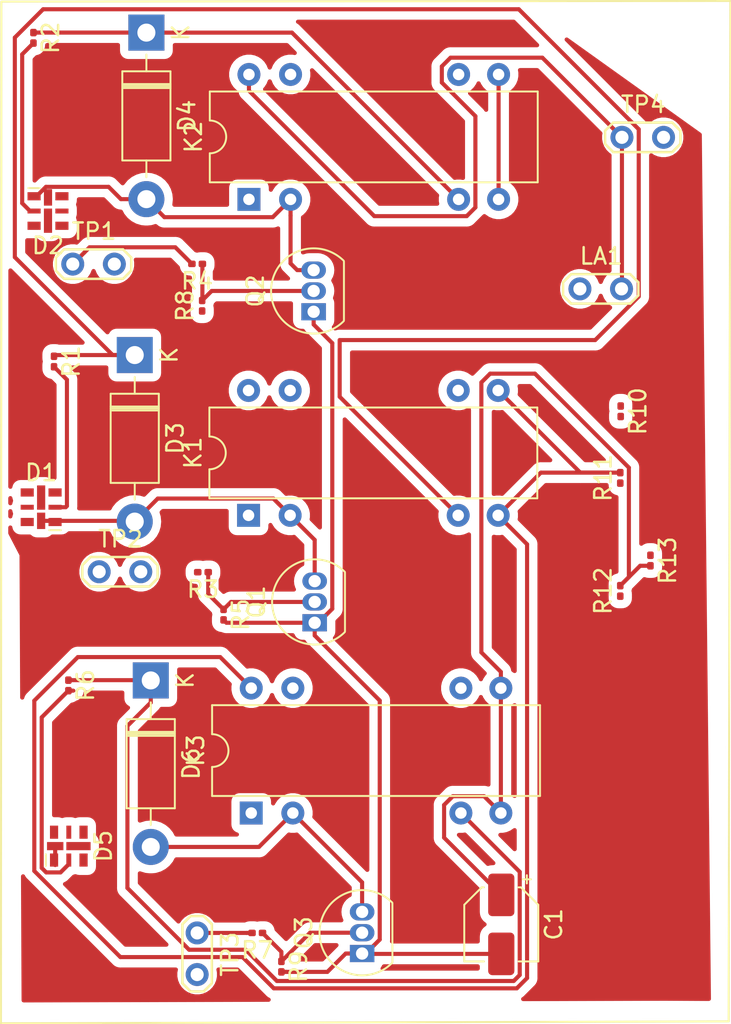
<source format=kicad_pcb>
(kicad_pcb (version 20171130) (host pcbnew "(5.1.4)-1")

  (general
    (thickness 1.6)
    (drawings 4)
    (tracks 156)
    (zones 0)
    (modules 31)
    (nets 26)
  )

  (page A4)
  (layers
    (0 F.Cu signal)
    (31 B.Cu signal)
    (32 B.Adhes user)
    (33 F.Adhes user)
    (34 B.Paste user)
    (35 F.Paste user)
    (36 B.SilkS user)
    (37 F.SilkS user)
    (38 B.Mask user)
    (39 F.Mask user)
    (40 Dwgs.User user)
    (41 Cmts.User user)
    (42 Eco1.User user)
    (43 Eco2.User user)
    (44 Edge.Cuts user)
    (45 Margin user)
    (46 B.CrtYd user)
    (47 F.CrtYd user)
    (48 B.Fab user)
    (49 F.Fab user)
  )

  (setup
    (last_trace_width 0.25)
    (trace_clearance 0.2)
    (zone_clearance 0.508)
    (zone_45_only no)
    (trace_min 0.2)
    (via_size 0.8)
    (via_drill 0.4)
    (via_min_size 0.4)
    (via_min_drill 0.3)
    (uvia_size 0.3)
    (uvia_drill 0.1)
    (uvias_allowed no)
    (uvia_min_size 0.2)
    (uvia_min_drill 0.1)
    (edge_width 0.05)
    (segment_width 0.2)
    (pcb_text_width 0.3)
    (pcb_text_size 1.5 1.5)
    (mod_edge_width 0.12)
    (mod_text_size 1 1)
    (mod_text_width 0.15)
    (pad_size 1.524 1.524)
    (pad_drill 0.762)
    (pad_to_mask_clearance 0.051)
    (solder_mask_min_width 0.25)
    (aux_axis_origin 0 0)
    (visible_elements 7FFFFFFF)
    (pcbplotparams
      (layerselection 0x010fc_ffffffff)
      (usegerberextensions false)
      (usegerberattributes false)
      (usegerberadvancedattributes false)
      (creategerberjobfile false)
      (excludeedgelayer true)
      (linewidth 0.100000)
      (plotframeref false)
      (viasonmask false)
      (mode 1)
      (useauxorigin false)
      (hpglpennumber 1)
      (hpglpenspeed 20)
      (hpglpendiameter 15.000000)
      (psnegative false)
      (psa4output false)
      (plotreference true)
      (plotvalue true)
      (plotinvisibletext false)
      (padsonsilk false)
      (subtractmaskfromsilk false)
      (outputformat 1)
      (mirror false)
      (drillshape 1)
      (scaleselection 1)
      (outputdirectory ""))
  )

  (net 0 "")
  (net 1 "Net-(C1-Pad1)")
  (net 2 GND)
  (net 3 "Net-(D1-Pad1)")
  (net 4 "Net-(D1-Pad2)")
  (net 5 "Net-(D2-Pad1)")
  (net 6 "Net-(D2-Pad2)")
  (net 7 "Net-(D3-Pad1)")
  (net 8 "Net-(D4-Pad1)")
  (net 9 "Net-(D5-Pad1)")
  (net 10 "Net-(D5-Pad2)")
  (net 11 "Net-(D6-Pad1)")
  (net 12 "Net-(K1-Pad1)")
  (net 13 "Net-(K1-Pad7)")
  (net 14 "Net-(K1-Pad14)")
  (net 15 "Net-(K2-Pad14)")
  (net 16 "Net-(K2-Pad1)")
  (net 17 "Net-(K3-Pad1)")
  (net 18 "Net-(D7-Pad1)")
  (net 19 "Net-(Q1-Pad2)")
  (net 20 "Net-(Q2-Pad2)")
  (net 21 "Net-(Q3-Pad2)")
  (net 22 "Net-(R3-Pad2)")
  (net 23 "Net-(R4-Pad2)")
  (net 24 "Net-(R7-Pad2)")
  (net 25 "Net-(D7-Pad3)")

  (net_class Default "Esta es la clase de red por defecto."
    (clearance 0.2)
    (trace_width 0.25)
    (via_dia 0.8)
    (via_drill 0.4)
    (uvia_dia 0.3)
    (uvia_drill 0.1)
    (add_net GND)
    (add_net "Net-(C1-Pad1)")
    (add_net "Net-(D1-Pad1)")
    (add_net "Net-(D1-Pad2)")
    (add_net "Net-(D2-Pad1)")
    (add_net "Net-(D2-Pad2)")
    (add_net "Net-(D3-Pad1)")
    (add_net "Net-(D4-Pad1)")
    (add_net "Net-(D5-Pad1)")
    (add_net "Net-(D5-Pad2)")
    (add_net "Net-(D6-Pad1)")
    (add_net "Net-(D7-Pad1)")
    (add_net "Net-(D7-Pad3)")
    (add_net "Net-(K1-Pad1)")
    (add_net "Net-(K1-Pad14)")
    (add_net "Net-(K1-Pad7)")
    (add_net "Net-(K2-Pad1)")
    (add_net "Net-(K2-Pad14)")
    (add_net "Net-(K3-Pad1)")
    (add_net "Net-(Q1-Pad2)")
    (add_net "Net-(Q2-Pad2)")
    (add_net "Net-(Q3-Pad2)")
    (add_net "Net-(R3-Pad2)")
    (add_net "Net-(R4-Pad2)")
    (add_net "Net-(R7-Pad2)")
  )

  (module Capacitor_SMD:CP_Elec_4x4.5 (layer F.Cu) (tedit 5BCA39CF) (tstamp 5DC14024)
    (at 205.7654 143.9545 270)
    (descr "SMD capacitor, aluminum electrolytic, Nichicon, 4.0x4.5mm")
    (tags "capacitor electrolytic")
    (path /5DC1096F)
    (attr smd)
    (fp_text reference C1 (at 0 -3.2 90) (layer F.SilkS)
      (effects (font (size 1 1) (thickness 0.15)))
    )
    (fp_text value C (at 0 3.2 90) (layer F.Fab)
      (effects (font (size 1 1) (thickness 0.15)))
    )
    (fp_circle (center 0 0) (end 2 0) (layer F.Fab) (width 0.1))
    (fp_line (start 2.15 -2.15) (end 2.15 2.15) (layer F.Fab) (width 0.1))
    (fp_line (start -1.15 -2.15) (end 2.15 -2.15) (layer F.Fab) (width 0.1))
    (fp_line (start -1.15 2.15) (end 2.15 2.15) (layer F.Fab) (width 0.1))
    (fp_line (start -2.15 -1.15) (end -2.15 1.15) (layer F.Fab) (width 0.1))
    (fp_line (start -2.15 -1.15) (end -1.15 -2.15) (layer F.Fab) (width 0.1))
    (fp_line (start -2.15 1.15) (end -1.15 2.15) (layer F.Fab) (width 0.1))
    (fp_line (start -1.574773 -1) (end -1.174773 -1) (layer F.Fab) (width 0.1))
    (fp_line (start -1.374773 -1.2) (end -1.374773 -0.8) (layer F.Fab) (width 0.1))
    (fp_line (start 2.26 2.26) (end 2.26 1.06) (layer F.SilkS) (width 0.12))
    (fp_line (start 2.26 -2.26) (end 2.26 -1.06) (layer F.SilkS) (width 0.12))
    (fp_line (start -1.195563 -2.26) (end 2.26 -2.26) (layer F.SilkS) (width 0.12))
    (fp_line (start -1.195563 2.26) (end 2.26 2.26) (layer F.SilkS) (width 0.12))
    (fp_line (start -2.26 1.195563) (end -2.26 1.06) (layer F.SilkS) (width 0.12))
    (fp_line (start -2.26 -1.195563) (end -2.26 -1.06) (layer F.SilkS) (width 0.12))
    (fp_line (start -2.26 -1.195563) (end -1.195563 -2.26) (layer F.SilkS) (width 0.12))
    (fp_line (start -2.26 1.195563) (end -1.195563 2.26) (layer F.SilkS) (width 0.12))
    (fp_line (start -3 -1.56) (end -2.5 -1.56) (layer F.SilkS) (width 0.12))
    (fp_line (start -2.75 -1.81) (end -2.75 -1.31) (layer F.SilkS) (width 0.12))
    (fp_line (start 2.4 -2.4) (end 2.4 -1.05) (layer F.CrtYd) (width 0.05))
    (fp_line (start 2.4 -1.05) (end 3.35 -1.05) (layer F.CrtYd) (width 0.05))
    (fp_line (start 3.35 -1.05) (end 3.35 1.05) (layer F.CrtYd) (width 0.05))
    (fp_line (start 3.35 1.05) (end 2.4 1.05) (layer F.CrtYd) (width 0.05))
    (fp_line (start 2.4 1.05) (end 2.4 2.4) (layer F.CrtYd) (width 0.05))
    (fp_line (start -1.25 2.4) (end 2.4 2.4) (layer F.CrtYd) (width 0.05))
    (fp_line (start -1.25 -2.4) (end 2.4 -2.4) (layer F.CrtYd) (width 0.05))
    (fp_line (start -2.4 1.25) (end -1.25 2.4) (layer F.CrtYd) (width 0.05))
    (fp_line (start -2.4 -1.25) (end -1.25 -2.4) (layer F.CrtYd) (width 0.05))
    (fp_line (start -2.4 -1.25) (end -2.4 -1.05) (layer F.CrtYd) (width 0.05))
    (fp_line (start -2.4 1.05) (end -2.4 1.25) (layer F.CrtYd) (width 0.05))
    (fp_line (start -2.4 -1.05) (end -3.35 -1.05) (layer F.CrtYd) (width 0.05))
    (fp_line (start -3.35 -1.05) (end -3.35 1.05) (layer F.CrtYd) (width 0.05))
    (fp_line (start -3.35 1.05) (end -2.4 1.05) (layer F.CrtYd) (width 0.05))
    (fp_text user %R (at 0 0 90) (layer F.Fab)
      (effects (font (size 0.8 0.8) (thickness 0.12)))
    )
    (pad 1 smd roundrect (at -1.8 0 270) (size 2.6 1.6) (layers F.Cu F.Paste F.Mask) (roundrect_rratio 0.15625)
      (net 1 "Net-(C1-Pad1)"))
    (pad 2 smd roundrect (at 1.8 0 270) (size 2.6 1.6) (layers F.Cu F.Paste F.Mask) (roundrect_rratio 0.15625)
      (net 2 GND))
    (model ${KISYS3DMOD}/Capacitor_SMD.3dshapes/CP_Elec_4x4.5.wrl
      (at (xyz 0 0 0))
      (scale (xyz 1 1 1))
      (rotate (xyz 0 0 0))
    )
  )

  (module LED_SMD:LED-APA102-2020 (layer F.Cu) (tedit 5C62815F) (tstamp 5DC14043)
    (at 177.673 118.5037 180)
    (descr http://www.led-color.com/upload/201604/APA102-2020%20SMD%20LED.pdf)
    (tags "LED RGB SPI")
    (path /5DC2E25A)
    (attr smd)
    (fp_text reference D1 (at 0 2.11) (layer F.SilkS)
      (effects (font (size 1 1) (thickness 0.15)))
    )
    (fp_text value LED (at 0 -2) (layer F.Fab)
      (effects (font (size 1 1) (thickness 0.15)))
    )
    (fp_line (start -0.5 -1) (end 1 -1) (layer F.Fab) (width 0.1))
    (fp_line (start 1 -1) (end 1 1) (layer F.Fab) (width 0.1))
    (fp_line (start 1 1) (end -1 1) (layer F.Fab) (width 0.1))
    (fp_line (start -1 1) (end -1 -0.5) (layer F.Fab) (width 0.1))
    (fp_line (start 1.5 -1.4) (end 1.5 1.4) (layer F.CrtYd) (width 0.05))
    (fp_line (start -1.2 -1.4) (end -0.5 -1.4) (layer F.SilkS) (width 0.12))
    (fp_text user %R (at 0 0) (layer F.Fab)
      (effects (font (size 1 1) (thickness 0.15)))
    )
    (fp_line (start -0.5 -1) (end -1 -0.5) (layer F.Fab) (width 0.1))
    (fp_line (start -1.5 -1.4) (end -1.5 1.4) (layer F.CrtYd) (width 0.05))
    (fp_line (start -0.5 1.4) (end -0.5 1.58) (layer F.CrtYd) (width 0.05))
    (fp_line (start -0.5 1.58) (end 0.5 1.58) (layer F.CrtYd) (width 0.05))
    (fp_line (start 0.5 1.58) (end 0.5 1.4) (layer F.CrtYd) (width 0.05))
    (fp_line (start -0.5 -1.4) (end -0.5 -1.58) (layer F.CrtYd) (width 0.05))
    (fp_line (start -0.5 -1.58) (end 0.5 -1.58) (layer F.CrtYd) (width 0.05))
    (fp_line (start 0.5 -1.58) (end 0.5 -1.4) (layer F.CrtYd) (width 0.05))
    (fp_line (start 0.5 -1.4) (end 1.5 -1.4) (layer F.CrtYd) (width 0.05))
    (fp_line (start -1.5 -1.4) (end -0.5 -1.4) (layer F.CrtYd) (width 0.05))
    (fp_line (start -0.5 1.4) (end -1.5 1.4) (layer F.CrtYd) (width 0.05))
    (fp_line (start 1.5 1.4) (end 0.5 1.4) (layer F.CrtYd) (width 0.05))
    (pad 1 smd rect (at -0.85 -0.9 180) (size 0.8 0.5) (layers F.Cu F.Paste F.Mask)
      (net 3 "Net-(D1-Pad1)"))
    (pad 2 smd rect (at -0.85 0 180) (size 0.8 0.3) (layers F.Cu F.Paste F.Mask)
      (net 4 "Net-(D1-Pad2)"))
    (pad 3 smd rect (at -0.85 0.9 180) (size 0.8 0.5) (layers F.Cu F.Paste F.Mask))
    (pad 5 smd rect (at 0.85 0 180) (size 0.8 0.3) (layers F.Cu F.Paste F.Mask))
    (pad 4 smd rect (at 0.85 0.9 180) (size 0.8 0.5) (layers F.Cu F.Paste F.Mask))
    (pad 6 smd rect (at 0.85 -0.9 180) (size 0.8 0.5) (layers F.Cu F.Paste F.Mask))
    (pad 1 smd rect (at 0 -0.83 270) (size 1 0.5) (layers F.Cu F.Paste F.Mask)
      (net 3 "Net-(D1-Pad1)"))
    (pad 6 smd rect (at 0 0.59 270) (size 1.48 0.5) (layers F.Cu F.Paste F.Mask))
    (model ${KISYS3DMOD}/LED_SMD.3dshapes/LED-APA102-2020.wrl
      (at (xyz 0 0 0))
      (scale (xyz 1 1 1))
      (rotate (xyz 0 0 0))
    )
  )

  (module LED_SMD:LED-APA102-2020 (layer F.Cu) (tedit 5C62815F) (tstamp 5DC14062)
    (at 178.0921 100.4316)
    (descr http://www.led-color.com/upload/201604/APA102-2020%20SMD%20LED.pdf)
    (tags "LED RGB SPI")
    (path /5DC3F5D0)
    (attr smd)
    (fp_text reference D2 (at 0 2.11) (layer F.SilkS)
      (effects (font (size 1 1) (thickness 0.15)))
    )
    (fp_text value LED (at 0 -2) (layer F.Fab)
      (effects (font (size 1 1) (thickness 0.15)))
    )
    (fp_line (start -0.5 -1) (end 1 -1) (layer F.Fab) (width 0.1))
    (fp_line (start 1 -1) (end 1 1) (layer F.Fab) (width 0.1))
    (fp_line (start 1 1) (end -1 1) (layer F.Fab) (width 0.1))
    (fp_line (start -1 1) (end -1 -0.5) (layer F.Fab) (width 0.1))
    (fp_line (start 1.5 -1.4) (end 1.5 1.4) (layer F.CrtYd) (width 0.05))
    (fp_line (start -1.2 -1.4) (end -0.5 -1.4) (layer F.SilkS) (width 0.12))
    (fp_text user %R (at 0 0) (layer F.Fab)
      (effects (font (size 1 1) (thickness 0.15)))
    )
    (fp_line (start -0.5 -1) (end -1 -0.5) (layer F.Fab) (width 0.1))
    (fp_line (start -1.5 -1.4) (end -1.5 1.4) (layer F.CrtYd) (width 0.05))
    (fp_line (start -0.5 1.4) (end -0.5 1.58) (layer F.CrtYd) (width 0.05))
    (fp_line (start -0.5 1.58) (end 0.5 1.58) (layer F.CrtYd) (width 0.05))
    (fp_line (start 0.5 1.58) (end 0.5 1.4) (layer F.CrtYd) (width 0.05))
    (fp_line (start -0.5 -1.4) (end -0.5 -1.58) (layer F.CrtYd) (width 0.05))
    (fp_line (start -0.5 -1.58) (end 0.5 -1.58) (layer F.CrtYd) (width 0.05))
    (fp_line (start 0.5 -1.58) (end 0.5 -1.4) (layer F.CrtYd) (width 0.05))
    (fp_line (start 0.5 -1.4) (end 1.5 -1.4) (layer F.CrtYd) (width 0.05))
    (fp_line (start -1.5 -1.4) (end -0.5 -1.4) (layer F.CrtYd) (width 0.05))
    (fp_line (start -0.5 1.4) (end -1.5 1.4) (layer F.CrtYd) (width 0.05))
    (fp_line (start 1.5 1.4) (end 0.5 1.4) (layer F.CrtYd) (width 0.05))
    (pad 1 smd rect (at -0.85 -0.9) (size 0.8 0.5) (layers F.Cu F.Paste F.Mask)
      (net 5 "Net-(D2-Pad1)"))
    (pad 2 smd rect (at -0.85 0) (size 0.8 0.3) (layers F.Cu F.Paste F.Mask)
      (net 6 "Net-(D2-Pad2)"))
    (pad 3 smd rect (at -0.85 0.9) (size 0.8 0.5) (layers F.Cu F.Paste F.Mask))
    (pad 5 smd rect (at 0.85 0) (size 0.8 0.3) (layers F.Cu F.Paste F.Mask))
    (pad 4 smd rect (at 0.85 0.9) (size 0.8 0.5) (layers F.Cu F.Paste F.Mask))
    (pad 6 smd rect (at 0.85 -0.9) (size 0.8 0.5) (layers F.Cu F.Paste F.Mask))
    (pad 1 smd rect (at 0 -0.83 90) (size 1 0.5) (layers F.Cu F.Paste F.Mask)
      (net 5 "Net-(D2-Pad1)"))
    (pad 6 smd rect (at 0 0.59 90) (size 1.48 0.5) (layers F.Cu F.Paste F.Mask))
    (model ${KISYS3DMOD}/LED_SMD.3dshapes/LED-APA102-2020.wrl
      (at (xyz 0 0 0))
      (scale (xyz 1 1 1))
      (rotate (xyz 0 0 0))
    )
  )

  (module Diode_THT:D_DO-41_SOD81_P10.16mm_Horizontal (layer F.Cu) (tedit 5AE50CD5) (tstamp 5DC14081)
    (at 183.388 109.22 270)
    (descr "Diode, DO-41_SOD81 series, Axial, Horizontal, pin pitch=10.16mm, , length*diameter=5.2*2.7mm^2, , http://www.diodes.com/_files/packages/DO-41%20(Plastic).pdf")
    (tags "Diode DO-41_SOD81 series Axial Horizontal pin pitch 10.16mm  length 5.2mm diameter 2.7mm")
    (path /5DC2CA73)
    (fp_text reference D3 (at 5.08 -2.47 90) (layer F.SilkS)
      (effects (font (size 1 1) (thickness 0.15)))
    )
    (fp_text value 1N4001 (at 5.08 2.47 90) (layer F.Fab)
      (effects (font (size 1 1) (thickness 0.15)))
    )
    (fp_line (start 2.48 -1.35) (end 2.48 1.35) (layer F.Fab) (width 0.1))
    (fp_line (start 2.48 1.35) (end 7.68 1.35) (layer F.Fab) (width 0.1))
    (fp_line (start 7.68 1.35) (end 7.68 -1.35) (layer F.Fab) (width 0.1))
    (fp_line (start 7.68 -1.35) (end 2.48 -1.35) (layer F.Fab) (width 0.1))
    (fp_line (start 0 0) (end 2.48 0) (layer F.Fab) (width 0.1))
    (fp_line (start 10.16 0) (end 7.68 0) (layer F.Fab) (width 0.1))
    (fp_line (start 3.26 -1.35) (end 3.26 1.35) (layer F.Fab) (width 0.1))
    (fp_line (start 3.36 -1.35) (end 3.36 1.35) (layer F.Fab) (width 0.1))
    (fp_line (start 3.16 -1.35) (end 3.16 1.35) (layer F.Fab) (width 0.1))
    (fp_line (start 2.36 -1.47) (end 2.36 1.47) (layer F.SilkS) (width 0.12))
    (fp_line (start 2.36 1.47) (end 7.8 1.47) (layer F.SilkS) (width 0.12))
    (fp_line (start 7.8 1.47) (end 7.8 -1.47) (layer F.SilkS) (width 0.12))
    (fp_line (start 7.8 -1.47) (end 2.36 -1.47) (layer F.SilkS) (width 0.12))
    (fp_line (start 1.34 0) (end 2.36 0) (layer F.SilkS) (width 0.12))
    (fp_line (start 8.82 0) (end 7.8 0) (layer F.SilkS) (width 0.12))
    (fp_line (start 3.26 -1.47) (end 3.26 1.47) (layer F.SilkS) (width 0.12))
    (fp_line (start 3.38 -1.47) (end 3.38 1.47) (layer F.SilkS) (width 0.12))
    (fp_line (start 3.14 -1.47) (end 3.14 1.47) (layer F.SilkS) (width 0.12))
    (fp_line (start -1.35 -1.6) (end -1.35 1.6) (layer F.CrtYd) (width 0.05))
    (fp_line (start -1.35 1.6) (end 11.51 1.6) (layer F.CrtYd) (width 0.05))
    (fp_line (start 11.51 1.6) (end 11.51 -1.6) (layer F.CrtYd) (width 0.05))
    (fp_line (start 11.51 -1.6) (end -1.35 -1.6) (layer F.CrtYd) (width 0.05))
    (fp_text user %R (at 5.47 0 90) (layer F.Fab)
      (effects (font (size 1 1) (thickness 0.15)))
    )
    (fp_text user K (at 0 -2.1 90) (layer F.Fab)
      (effects (font (size 1 1) (thickness 0.15)))
    )
    (fp_text user K (at 0 -2.1 90) (layer F.SilkS)
      (effects (font (size 1 1) (thickness 0.15)))
    )
    (pad 1 thru_hole rect (at 0 0 270) (size 2.2 2.2) (drill 1.1) (layers *.Cu *.Mask)
      (net 7 "Net-(D3-Pad1)"))
    (pad 2 thru_hole oval (at 10.16 0 270) (size 2.2 2.2) (drill 1.1) (layers *.Cu *.Mask)
      (net 3 "Net-(D1-Pad1)"))
    (model ${KISYS3DMOD}/Diode_THT.3dshapes/D_DO-41_SOD81_P10.16mm_Horizontal.wrl
      (at (xyz 0 0 0))
      (scale (xyz 1 1 1))
      (rotate (xyz 0 0 0))
    )
  )

  (module Diode_THT:D_DO-41_SOD81_P10.16mm_Horizontal (layer F.Cu) (tedit 5AE50CD5) (tstamp 5DC140A0)
    (at 184.0992 89.5477 270)
    (descr "Diode, DO-41_SOD81 series, Axial, Horizontal, pin pitch=10.16mm, , length*diameter=5.2*2.7mm^2, , http://www.diodes.com/_files/packages/DO-41%20(Plastic).pdf")
    (tags "Diode DO-41_SOD81 series Axial Horizontal pin pitch 10.16mm  length 5.2mm diameter 2.7mm")
    (path /5DC3D30D)
    (fp_text reference D4 (at 5.08 -2.47 90) (layer F.SilkS)
      (effects (font (size 1 1) (thickness 0.15)))
    )
    (fp_text value 1N4001 (at 5.08 2.47 90) (layer F.Fab)
      (effects (font (size 1 1) (thickness 0.15)))
    )
    (fp_text user K (at 0 -2.1 90) (layer F.SilkS)
      (effects (font (size 1 1) (thickness 0.15)))
    )
    (fp_text user K (at 0 -2.1 90) (layer F.Fab)
      (effects (font (size 1 1) (thickness 0.15)))
    )
    (fp_text user %R (at 5.47 0 90) (layer F.Fab)
      (effects (font (size 1 1) (thickness 0.15)))
    )
    (fp_line (start 11.51 -1.6) (end -1.35 -1.6) (layer F.CrtYd) (width 0.05))
    (fp_line (start 11.51 1.6) (end 11.51 -1.6) (layer F.CrtYd) (width 0.05))
    (fp_line (start -1.35 1.6) (end 11.51 1.6) (layer F.CrtYd) (width 0.05))
    (fp_line (start -1.35 -1.6) (end -1.35 1.6) (layer F.CrtYd) (width 0.05))
    (fp_line (start 3.14 -1.47) (end 3.14 1.47) (layer F.SilkS) (width 0.12))
    (fp_line (start 3.38 -1.47) (end 3.38 1.47) (layer F.SilkS) (width 0.12))
    (fp_line (start 3.26 -1.47) (end 3.26 1.47) (layer F.SilkS) (width 0.12))
    (fp_line (start 8.82 0) (end 7.8 0) (layer F.SilkS) (width 0.12))
    (fp_line (start 1.34 0) (end 2.36 0) (layer F.SilkS) (width 0.12))
    (fp_line (start 7.8 -1.47) (end 2.36 -1.47) (layer F.SilkS) (width 0.12))
    (fp_line (start 7.8 1.47) (end 7.8 -1.47) (layer F.SilkS) (width 0.12))
    (fp_line (start 2.36 1.47) (end 7.8 1.47) (layer F.SilkS) (width 0.12))
    (fp_line (start 2.36 -1.47) (end 2.36 1.47) (layer F.SilkS) (width 0.12))
    (fp_line (start 3.16 -1.35) (end 3.16 1.35) (layer F.Fab) (width 0.1))
    (fp_line (start 3.36 -1.35) (end 3.36 1.35) (layer F.Fab) (width 0.1))
    (fp_line (start 3.26 -1.35) (end 3.26 1.35) (layer F.Fab) (width 0.1))
    (fp_line (start 10.16 0) (end 7.68 0) (layer F.Fab) (width 0.1))
    (fp_line (start 0 0) (end 2.48 0) (layer F.Fab) (width 0.1))
    (fp_line (start 7.68 -1.35) (end 2.48 -1.35) (layer F.Fab) (width 0.1))
    (fp_line (start 7.68 1.35) (end 7.68 -1.35) (layer F.Fab) (width 0.1))
    (fp_line (start 2.48 1.35) (end 7.68 1.35) (layer F.Fab) (width 0.1))
    (fp_line (start 2.48 -1.35) (end 2.48 1.35) (layer F.Fab) (width 0.1))
    (pad 2 thru_hole oval (at 10.16 0 270) (size 2.2 2.2) (drill 1.1) (layers *.Cu *.Mask)
      (net 5 "Net-(D2-Pad1)"))
    (pad 1 thru_hole rect (at 0 0 270) (size 2.2 2.2) (drill 1.1) (layers *.Cu *.Mask)
      (net 8 "Net-(D4-Pad1)"))
    (model ${KISYS3DMOD}/Diode_THT.3dshapes/D_DO-41_SOD81_P10.16mm_Horizontal.wrl
      (at (xyz 0 0 0))
      (scale (xyz 1 1 1))
      (rotate (xyz 0 0 0))
    )
  )

  (module LED_SMD:LED-APA102-2020 (layer F.Cu) (tedit 5C62815F) (tstamp 5DC15586)
    (at 179.3621 139.1793 90)
    (descr http://www.led-color.com/upload/201604/APA102-2020%20SMD%20LED.pdf)
    (tags "LED RGB SPI")
    (path /5DC16C8C)
    (attr smd)
    (fp_text reference D5 (at 0 2.11 90) (layer F.SilkS)
      (effects (font (size 1 1) (thickness 0.15)))
    )
    (fp_text value LED (at 0.1397 -2.159 90) (layer F.Fab)
      (effects (font (size 1 1) (thickness 0.15)))
    )
    (fp_line (start 1.5 1.4) (end 0.5 1.4) (layer F.CrtYd) (width 0.05))
    (fp_line (start -0.5 1.4) (end -1.5 1.4) (layer F.CrtYd) (width 0.05))
    (fp_line (start -1.5 -1.4) (end -0.5 -1.4) (layer F.CrtYd) (width 0.05))
    (fp_line (start 0.5 -1.4) (end 1.5 -1.4) (layer F.CrtYd) (width 0.05))
    (fp_line (start 0.5 -1.58) (end 0.5 -1.4) (layer F.CrtYd) (width 0.05))
    (fp_line (start -0.5 -1.58) (end 0.5 -1.58) (layer F.CrtYd) (width 0.05))
    (fp_line (start -0.5 -1.4) (end -0.5 -1.58) (layer F.CrtYd) (width 0.05))
    (fp_line (start 0.5 1.58) (end 0.5 1.4) (layer F.CrtYd) (width 0.05))
    (fp_line (start -0.5 1.58) (end 0.5 1.58) (layer F.CrtYd) (width 0.05))
    (fp_line (start -0.5 1.4) (end -0.5 1.58) (layer F.CrtYd) (width 0.05))
    (fp_line (start -1.5 -1.4) (end -1.5 1.4) (layer F.CrtYd) (width 0.05))
    (fp_line (start -0.5 -1) (end -1 -0.5) (layer F.Fab) (width 0.1))
    (fp_text user %R (at 0 0 90) (layer F.Fab)
      (effects (font (size 1 1) (thickness 0.15)))
    )
    (fp_line (start -1.2 -1.4) (end -0.5 -1.4) (layer F.SilkS) (width 0.12))
    (fp_line (start 1.5 -1.4) (end 1.5 1.4) (layer F.CrtYd) (width 0.05))
    (fp_line (start -1 1) (end -1 -0.5) (layer F.Fab) (width 0.1))
    (fp_line (start 1 1) (end -1 1) (layer F.Fab) (width 0.1))
    (fp_line (start 1 -1) (end 1 1) (layer F.Fab) (width 0.1))
    (fp_line (start -0.5 -1) (end 1 -1) (layer F.Fab) (width 0.1))
    (pad 6 smd rect (at 0 0.59 180) (size 1.48 0.5) (layers F.Cu F.Paste F.Mask))
    (pad 1 smd rect (at 0 -0.83 180) (size 1 0.5) (layers F.Cu F.Paste F.Mask)
      (net 9 "Net-(D5-Pad1)"))
    (pad 6 smd rect (at 0.85 -0.9 90) (size 0.8 0.5) (layers F.Cu F.Paste F.Mask))
    (pad 4 smd rect (at 0.85 0.9 90) (size 0.8 0.5) (layers F.Cu F.Paste F.Mask))
    (pad 5 smd rect (at 0.85 0 90) (size 0.8 0.3) (layers F.Cu F.Paste F.Mask))
    (pad 3 smd rect (at -0.85 0.9 90) (size 0.8 0.5) (layers F.Cu F.Paste F.Mask))
    (pad 2 smd rect (at -0.85 0 90) (size 0.8 0.3) (layers F.Cu F.Paste F.Mask)
      (net 10 "Net-(D5-Pad2)"))
    (pad 1 smd rect (at -0.85 -0.9 90) (size 0.8 0.5) (layers F.Cu F.Paste F.Mask)
      (net 9 "Net-(D5-Pad1)"))
    (model ${KISYS3DMOD}/LED_SMD.3dshapes/LED-APA102-2020.wrl
      (at (xyz 0 0 0))
      (scale (xyz 1 1 1))
      (rotate (xyz 0 0 0))
    )
  )

  (module Diode_THT:D_DO-41_SOD81_P10.16mm_Horizontal (layer F.Cu) (tedit 5AE50CD5) (tstamp 5DC140DE)
    (at 184.3659 129.0701 270)
    (descr "Diode, DO-41_SOD81 series, Axial, Horizontal, pin pitch=10.16mm, , length*diameter=5.2*2.7mm^2, , http://www.diodes.com/_files/packages/DO-41%20(Plastic).pdf")
    (tags "Diode DO-41_SOD81 series Axial Horizontal pin pitch 10.16mm  length 5.2mm diameter 2.7mm")
    (path /5DC15CBC)
    (fp_text reference D6 (at 5.08 -2.47 90) (layer F.SilkS)
      (effects (font (size 1 1) (thickness 0.15)))
    )
    (fp_text value 1N4001 (at 5.08 2.47 90) (layer F.Fab)
      (effects (font (size 1 1) (thickness 0.15)))
    )
    (fp_line (start 2.48 -1.35) (end 2.48 1.35) (layer F.Fab) (width 0.1))
    (fp_line (start 2.48 1.35) (end 7.68 1.35) (layer F.Fab) (width 0.1))
    (fp_line (start 7.68 1.35) (end 7.68 -1.35) (layer F.Fab) (width 0.1))
    (fp_line (start 7.68 -1.35) (end 2.48 -1.35) (layer F.Fab) (width 0.1))
    (fp_line (start 0 0) (end 2.48 0) (layer F.Fab) (width 0.1))
    (fp_line (start 10.16 0) (end 7.68 0) (layer F.Fab) (width 0.1))
    (fp_line (start 3.26 -1.35) (end 3.26 1.35) (layer F.Fab) (width 0.1))
    (fp_line (start 3.36 -1.35) (end 3.36 1.35) (layer F.Fab) (width 0.1))
    (fp_line (start 3.16 -1.35) (end 3.16 1.35) (layer F.Fab) (width 0.1))
    (fp_line (start 2.36 -1.47) (end 2.36 1.47) (layer F.SilkS) (width 0.12))
    (fp_line (start 2.36 1.47) (end 7.8 1.47) (layer F.SilkS) (width 0.12))
    (fp_line (start 7.8 1.47) (end 7.8 -1.47) (layer F.SilkS) (width 0.12))
    (fp_line (start 7.8 -1.47) (end 2.36 -1.47) (layer F.SilkS) (width 0.12))
    (fp_line (start 1.34 0) (end 2.36 0) (layer F.SilkS) (width 0.12))
    (fp_line (start 8.82 0) (end 7.8 0) (layer F.SilkS) (width 0.12))
    (fp_line (start 3.26 -1.47) (end 3.26 1.47) (layer F.SilkS) (width 0.12))
    (fp_line (start 3.38 -1.47) (end 3.38 1.47) (layer F.SilkS) (width 0.12))
    (fp_line (start 3.14 -1.47) (end 3.14 1.47) (layer F.SilkS) (width 0.12))
    (fp_line (start -1.35 -1.6) (end -1.35 1.6) (layer F.CrtYd) (width 0.05))
    (fp_line (start -1.35 1.6) (end 11.51 1.6) (layer F.CrtYd) (width 0.05))
    (fp_line (start 11.51 1.6) (end 11.51 -1.6) (layer F.CrtYd) (width 0.05))
    (fp_line (start 11.51 -1.6) (end -1.35 -1.6) (layer F.CrtYd) (width 0.05))
    (fp_text user %R (at 5.47 0 90) (layer F.Fab)
      (effects (font (size 1 1) (thickness 0.15)))
    )
    (fp_text user K (at 0 -2.1 90) (layer F.Fab)
      (effects (font (size 1 1) (thickness 0.15)))
    )
    (fp_text user K (at 0 -2.1 90) (layer F.SilkS)
      (effects (font (size 1 1) (thickness 0.15)))
    )
    (pad 1 thru_hole rect (at 0 0 270) (size 2.2 2.2) (drill 1.1) (layers *.Cu *.Mask)
      (net 11 "Net-(D6-Pad1)"))
    (pad 2 thru_hole oval (at 10.16 0 270) (size 2.2 2.2) (drill 1.1) (layers *.Cu *.Mask)
      (net 9 "Net-(D5-Pad1)"))
    (model ${KISYS3DMOD}/Diode_THT.3dshapes/D_DO-41_SOD81_P10.16mm_Horizontal.wrl
      (at (xyz 0 0 0))
      (scale (xyz 1 1 1))
      (rotate (xyz 0 0 0))
    )
  )

  (module Relay_THT:Relay_StandexMeder_DIP_LowProfile (layer F.Cu) (tedit 5A54BF5F) (tstamp 5DC140FA)
    (at 190.3349 118.999 90)
    (descr "package for Standex Meder DIP reed relay series, see https://standexelectronics.com/wp-content/uploads/datasheet_reed_relay_DIP.pdf")
    (tags "DIL DIP PDIP 2.54mm 7.62mm 300mil reed relay")
    (path /5DC24F28)
    (fp_text reference K1 (at 3.81 -3.39 90) (layer F.SilkS)
      (effects (font (size 1 1) (thickness 0.15)))
    )
    (fp_text value DIPxx-1Cxx-51x (at 3.81 18.63 90) (layer F.Fab)
      (effects (font (size 1 1) (thickness 0.15)))
    )
    (fp_text user %R (at 3.815 7.62 90) (layer F.Fab)
      (effects (font (size 1 1) (thickness 0.15)))
    )
    (fp_line (start 1.64 -2.27) (end 6.99 -2.27) (layer F.Fab) (width 0.1))
    (fp_line (start 6.99 -2.27) (end 6.99 17.51) (layer F.Fab) (width 0.1))
    (fp_line (start 6.99 17.51) (end 0.64 17.51) (layer F.Fab) (width 0.1))
    (fp_line (start 0.64 17.51) (end 0.64 -1.27) (layer F.Fab) (width 0.1))
    (fp_line (start 0.64 -1.27) (end 1.64 -2.27) (layer F.Fab) (width 0.1))
    (fp_line (start 2.81 -2.39) (end 1.04 -2.39) (layer F.SilkS) (width 0.12))
    (fp_line (start 1.04 -2.39) (end 1.04 17.63) (layer F.SilkS) (width 0.12))
    (fp_line (start 1.04 17.63) (end 6.58 17.63) (layer F.SilkS) (width 0.12))
    (fp_line (start 6.58 17.63) (end 6.58 -2.39) (layer F.SilkS) (width 0.12))
    (fp_line (start 6.58 -2.39) (end 4.81 -2.39) (layer F.SilkS) (width 0.12))
    (fp_line (start -1.1 -2.6) (end -1.1 17.8) (layer F.CrtYd) (width 0.05))
    (fp_line (start -1.1 17.8) (end 8.7 17.8) (layer F.CrtYd) (width 0.05))
    (fp_line (start 8.7 17.8) (end 8.7 -2.6) (layer F.CrtYd) (width 0.05))
    (fp_line (start 8.7 -2.6) (end -1.1 -2.6) (layer F.CrtYd) (width 0.05))
    (fp_arc (start 3.81 -2.39) (end 2.81 -2.39) (angle -180) (layer F.SilkS) (width 0.12))
    (pad 13 thru_hole circle (at 7.62 2.54 90) (size 1.4 1.4) (drill 0.7) (layers *.Cu *.Mask))
    (pad 9 thru_hole circle (at 7.62 12.8 90) (size 1.4 1.4) (drill 0.7) (layers *.Cu *.Mask))
    (pad 6 thru_hole circle (at 0 12.8 90) (size 1.4 1.4) (drill 0.7) (layers *.Cu *.Mask)
      (net 7 "Net-(D3-Pad1)"))
    (pad 2 thru_hole circle (at 0 2.54 90) (size 1.4 1.4) (drill 0.7) (layers *.Cu *.Mask)
      (net 3 "Net-(D1-Pad1)"))
    (pad 1 thru_hole rect (at 0 0 90) (size 1.4 1.4) (drill 0.7) (layers *.Cu *.Mask)
      (net 12 "Net-(K1-Pad1)"))
    (pad 8 thru_hole circle (at 7.62 15.24 90) (size 1.4 1.4) (drill 0.7) (layers *.Cu *.Mask)
      (net 13 "Net-(K1-Pad7)"))
    (pad 7 thru_hole circle (at 0 15.24 90) (size 1.4 1.4) (drill 0.7) (layers *.Cu *.Mask)
      (net 13 "Net-(K1-Pad7)"))
    (pad 14 thru_hole circle (at 7.62 0 90) (size 1.4 1.4) (drill 0.7) (layers *.Cu *.Mask)
      (net 14 "Net-(K1-Pad14)"))
    (model ${KISYS3DMOD}/Relay_THT.3dshapes/Relay_StandexMeder_DIP_LowProfile.wrl
      (at (xyz 0 0 0))
      (scale (xyz 1 1 1))
      (rotate (xyz 0 0 0))
    )
  )

  (module Relay_THT:Relay_StandexMeder_DIP_LowProfile (layer F.Cu) (tedit 5A54BF5F) (tstamp 5DC14116)
    (at 190.3603 99.7204 90)
    (descr "package for Standex Meder DIP reed relay series, see https://standexelectronics.com/wp-content/uploads/datasheet_reed_relay_DIP.pdf")
    (tags "DIL DIP PDIP 2.54mm 7.62mm 300mil reed relay")
    (path /5DC3B685)
    (fp_text reference K2 (at 3.81 -3.39 90) (layer F.SilkS)
      (effects (font (size 1 1) (thickness 0.15)))
    )
    (fp_text value DIPxx-1Cxx-51x (at 3.81 18.63 90) (layer F.Fab)
      (effects (font (size 1 1) (thickness 0.15)))
    )
    (fp_arc (start 3.81 -2.39) (end 2.81 -2.39) (angle -180) (layer F.SilkS) (width 0.12))
    (fp_line (start 8.7 -2.6) (end -1.1 -2.6) (layer F.CrtYd) (width 0.05))
    (fp_line (start 8.7 17.8) (end 8.7 -2.6) (layer F.CrtYd) (width 0.05))
    (fp_line (start -1.1 17.8) (end 8.7 17.8) (layer F.CrtYd) (width 0.05))
    (fp_line (start -1.1 -2.6) (end -1.1 17.8) (layer F.CrtYd) (width 0.05))
    (fp_line (start 6.58 -2.39) (end 4.81 -2.39) (layer F.SilkS) (width 0.12))
    (fp_line (start 6.58 17.63) (end 6.58 -2.39) (layer F.SilkS) (width 0.12))
    (fp_line (start 1.04 17.63) (end 6.58 17.63) (layer F.SilkS) (width 0.12))
    (fp_line (start 1.04 -2.39) (end 1.04 17.63) (layer F.SilkS) (width 0.12))
    (fp_line (start 2.81 -2.39) (end 1.04 -2.39) (layer F.SilkS) (width 0.12))
    (fp_line (start 0.64 -1.27) (end 1.64 -2.27) (layer F.Fab) (width 0.1))
    (fp_line (start 0.64 17.51) (end 0.64 -1.27) (layer F.Fab) (width 0.1))
    (fp_line (start 6.99 17.51) (end 0.64 17.51) (layer F.Fab) (width 0.1))
    (fp_line (start 6.99 -2.27) (end 6.99 17.51) (layer F.Fab) (width 0.1))
    (fp_line (start 1.64 -2.27) (end 6.99 -2.27) (layer F.Fab) (width 0.1))
    (fp_text user %R (at 3.815 7.62 90) (layer F.Fab)
      (effects (font (size 1 1) (thickness 0.15)))
    )
    (pad 14 thru_hole circle (at 7.62 0 90) (size 1.4 1.4) (drill 0.7) (layers *.Cu *.Mask)
      (net 15 "Net-(K2-Pad14)"))
    (pad 7 thru_hole circle (at 0 15.24 90) (size 1.4 1.4) (drill 0.7) (layers *.Cu *.Mask)
      (net 14 "Net-(K1-Pad14)"))
    (pad 8 thru_hole circle (at 7.62 15.24 90) (size 1.4 1.4) (drill 0.7) (layers *.Cu *.Mask)
      (net 14 "Net-(K1-Pad14)"))
    (pad 1 thru_hole rect (at 0 0 90) (size 1.4 1.4) (drill 0.7) (layers *.Cu *.Mask)
      (net 16 "Net-(K2-Pad1)"))
    (pad 2 thru_hole circle (at 0 2.54 90) (size 1.4 1.4) (drill 0.7) (layers *.Cu *.Mask)
      (net 5 "Net-(D2-Pad1)"))
    (pad 6 thru_hole circle (at 0 12.8 90) (size 1.4 1.4) (drill 0.7) (layers *.Cu *.Mask)
      (net 8 "Net-(D4-Pad1)"))
    (pad 9 thru_hole circle (at 7.62 12.8 90) (size 1.4 1.4) (drill 0.7) (layers *.Cu *.Mask))
    (pad 13 thru_hole circle (at 7.62 2.54 90) (size 1.4 1.4) (drill 0.7) (layers *.Cu *.Mask))
    (model ${KISYS3DMOD}/Relay_THT.3dshapes/Relay_StandexMeder_DIP_LowProfile.wrl
      (at (xyz 0 0 0))
      (scale (xyz 1 1 1))
      (rotate (xyz 0 0 0))
    )
  )

  (module Relay_THT:Relay_StandexMeder_DIP_LowProfile (layer F.Cu) (tedit 5A54BF5F) (tstamp 5DC14132)
    (at 190.5 137.16 90)
    (descr "package for Standex Meder DIP reed relay series, see https://standexelectronics.com/wp-content/uploads/datasheet_reed_relay_DIP.pdf")
    (tags "DIL DIP PDIP 2.54mm 7.62mm 300mil reed relay")
    (path /5DC127B0)
    (fp_text reference K3 (at 3.81 -3.39 90) (layer F.SilkS)
      (effects (font (size 1 1) (thickness 0.15)))
    )
    (fp_text value DIPxx-1Cxx-51x (at 3.81 18.63 90) (layer F.Fab)
      (effects (font (size 1 1) (thickness 0.15)))
    )
    (fp_text user %R (at 3.815 7.62) (layer F.Fab)
      (effects (font (size 1 1) (thickness 0.15)))
    )
    (fp_line (start 1.64 -2.27) (end 6.99 -2.27) (layer F.Fab) (width 0.1))
    (fp_line (start 6.99 -2.27) (end 6.99 17.51) (layer F.Fab) (width 0.1))
    (fp_line (start 6.99 17.51) (end 0.64 17.51) (layer F.Fab) (width 0.1))
    (fp_line (start 0.64 17.51) (end 0.64 -1.27) (layer F.Fab) (width 0.1))
    (fp_line (start 0.64 -1.27) (end 1.64 -2.27) (layer F.Fab) (width 0.1))
    (fp_line (start 2.81 -2.39) (end 1.04 -2.39) (layer F.SilkS) (width 0.12))
    (fp_line (start 1.04 -2.39) (end 1.04 17.63) (layer F.SilkS) (width 0.12))
    (fp_line (start 1.04 17.63) (end 6.58 17.63) (layer F.SilkS) (width 0.12))
    (fp_line (start 6.58 17.63) (end 6.58 -2.39) (layer F.SilkS) (width 0.12))
    (fp_line (start 6.58 -2.39) (end 4.81 -2.39) (layer F.SilkS) (width 0.12))
    (fp_line (start -1.1 -2.6) (end -1.1 17.8) (layer F.CrtYd) (width 0.05))
    (fp_line (start -1.1 17.8) (end 8.7 17.8) (layer F.CrtYd) (width 0.05))
    (fp_line (start 8.7 17.8) (end 8.7 -2.6) (layer F.CrtYd) (width 0.05))
    (fp_line (start 8.7 -2.6) (end -1.1 -2.6) (layer F.CrtYd) (width 0.05))
    (fp_arc (start 3.81 -2.39) (end 2.81 -2.39) (angle -180) (layer F.SilkS) (width 0.12))
    (pad 13 thru_hole circle (at 7.62 2.54 90) (size 1.4 1.4) (drill 0.7) (layers *.Cu *.Mask))
    (pad 9 thru_hole circle (at 7.62 12.8 90) (size 1.4 1.4) (drill 0.7) (layers *.Cu *.Mask))
    (pad 6 thru_hole circle (at 0 12.8 90) (size 1.4 1.4) (drill 0.7) (layers *.Cu *.Mask)
      (net 11 "Net-(D6-Pad1)"))
    (pad 2 thru_hole circle (at 0 2.54 90) (size 1.4 1.4) (drill 0.7) (layers *.Cu *.Mask)
      (net 9 "Net-(D5-Pad1)"))
    (pad 1 thru_hole rect (at 0 0 90) (size 1.4 1.4) (drill 0.7) (layers *.Cu *.Mask)
      (net 17 "Net-(K3-Pad1)"))
    (pad 8 thru_hole circle (at 7.62 15.24 90) (size 1.4 1.4) (drill 0.7) (layers *.Cu *.Mask)
      (net 1 "Net-(C1-Pad1)"))
    (pad 7 thru_hole circle (at 0 15.24 90) (size 1.4 1.4) (drill 0.7) (layers *.Cu *.Mask)
      (net 1 "Net-(C1-Pad1)"))
    (pad 14 thru_hole circle (at 7.62 0 90) (size 1.4 1.4) (drill 0.7) (layers *.Cu *.Mask)
      (net 13 "Net-(K1-Pad7)"))
    (model ${KISYS3DMOD}/Relay_THT.3dshapes/Relay_StandexMeder_DIP_LowProfile.wrl
      (at (xyz 0 0 0))
      (scale (xyz 1 1 1))
      (rotate (xyz 0 0 0))
    )
  )

  (module TestPoint:TestPoint_2Pads_Pitch2.54mm_Drill0.8mm (layer F.Cu) (tedit 5A0F774F) (tstamp 5DC14149)
    (at 210.566 105.1814)
    (descr "Test point with 2 pins, pitch 2.54mm, drill diameter 0.8mm")
    (tags "CONN DEV")
    (path /5DC0E865)
    (attr virtual)
    (fp_text reference LA1 (at 1.3 -2) (layer F.SilkS)
      (effects (font (size 1 1) (thickness 0.15)))
    )
    (fp_text value Lamp (at 1.27 2) (layer F.Fab)
      (effects (font (size 1 1) (thickness 0.15)))
    )
    (fp_text user %R (at 1.3 -2) (layer F.Fab)
      (effects (font (size 1 1) (thickness 0.15)))
    )
    (fp_line (start -0.65 1.15) (end 3.15 1.15) (layer F.CrtYd) (width 0.05))
    (fp_line (start 3.15 1.15) (end 3.8 0.5) (layer F.CrtYd) (width 0.05))
    (fp_line (start 3.8 0.5) (end 3.8 -0.5) (layer F.CrtYd) (width 0.05))
    (fp_line (start 3.8 -0.5) (end 3.15 -1.15) (layer F.CrtYd) (width 0.05))
    (fp_line (start 3.15 -1.15) (end -0.65 -1.15) (layer F.CrtYd) (width 0.05))
    (fp_line (start -0.65 -1.15) (end -1.3 -0.5) (layer F.CrtYd) (width 0.05))
    (fp_line (start -1.3 -0.5) (end -1.3 0.5) (layer F.CrtYd) (width 0.05))
    (fp_line (start -1.3 0.5) (end -0.65 1.15) (layer F.CrtYd) (width 0.05))
    (fp_line (start -0.53 -0.9) (end 3.07 -0.9) (layer F.SilkS) (width 0.15))
    (fp_line (start 3.07 -0.9) (end 3.57 -0.4) (layer F.SilkS) (width 0.15))
    (fp_line (start 3.57 -0.4) (end 3.57 0.4) (layer F.SilkS) (width 0.15))
    (fp_line (start 3.57 0.4) (end 3.07 0.9) (layer F.SilkS) (width 0.15))
    (fp_line (start 3.07 0.9) (end -0.53 0.9) (layer F.SilkS) (width 0.15))
    (fp_line (start -0.53 0.9) (end -1.03 0.4) (layer F.SilkS) (width 0.15))
    (fp_line (start -1.03 0.4) (end -1.03 -0.4) (layer F.SilkS) (width 0.15))
    (fp_line (start -1.03 -0.4) (end -0.53 -0.9) (layer F.SilkS) (width 0.15))
    (pad 1 thru_hole circle (at 0 0) (size 1.4 1.4) (drill 0.8) (layers *.Cu *.Mask)
      (net 18 "Net-(D7-Pad1)"))
    (pad 2 thru_hole circle (at 2.54 0) (size 1.4 1.4) (drill 0.8) (layers *.Cu *.Mask)
      (net 15 "Net-(K2-Pad14)"))
  )

  (module Package_TO_SOT_THT:TO-92_Inline (layer F.Cu) (tedit 5A1DD157) (tstamp 5DC1415B)
    (at 194.3735 125.5522 90)
    (descr "TO-92 leads in-line, narrow, oval pads, drill 0.75mm (see NXP sot054_po.pdf)")
    (tags "to-92 sc-43 sc-43a sot54 PA33 transistor")
    (path /5DC26234)
    (fp_text reference Q1 (at 1.27 -3.56 90) (layer F.SilkS)
      (effects (font (size 1 1) (thickness 0.15)))
    )
    (fp_text value 2N3904 (at 1.27 2.79 90) (layer F.Fab)
      (effects (font (size 1 1) (thickness 0.15)))
    )
    (fp_text user %R (at 1.27 -3.56 90) (layer F.Fab)
      (effects (font (size 1 1) (thickness 0.15)))
    )
    (fp_line (start -0.53 1.85) (end 3.07 1.85) (layer F.SilkS) (width 0.12))
    (fp_line (start -0.5 1.75) (end 3 1.75) (layer F.Fab) (width 0.1))
    (fp_line (start -1.46 -2.73) (end 4 -2.73) (layer F.CrtYd) (width 0.05))
    (fp_line (start -1.46 -2.73) (end -1.46 2.01) (layer F.CrtYd) (width 0.05))
    (fp_line (start 4 2.01) (end 4 -2.73) (layer F.CrtYd) (width 0.05))
    (fp_line (start 4 2.01) (end -1.46 2.01) (layer F.CrtYd) (width 0.05))
    (fp_arc (start 1.27 0) (end 1.27 -2.48) (angle 135) (layer F.Fab) (width 0.1))
    (fp_arc (start 1.27 0) (end 1.27 -2.6) (angle -135) (layer F.SilkS) (width 0.12))
    (fp_arc (start 1.27 0) (end 1.27 -2.48) (angle -135) (layer F.Fab) (width 0.1))
    (fp_arc (start 1.27 0) (end 1.27 -2.6) (angle 135) (layer F.SilkS) (width 0.12))
    (pad 2 thru_hole oval (at 1.27 0 90) (size 1.05 1.5) (drill 0.75) (layers *.Cu *.Mask)
      (net 19 "Net-(Q1-Pad2)"))
    (pad 3 thru_hole oval (at 2.54 0 90) (size 1.05 1.5) (drill 0.75) (layers *.Cu *.Mask)
      (net 3 "Net-(D1-Pad1)"))
    (pad 1 thru_hole rect (at 0 0 90) (size 1.05 1.5) (drill 0.75) (layers *.Cu *.Mask)
      (net 2 GND))
    (model ${KISYS3DMOD}/Package_TO_SOT_THT.3dshapes/TO-92_Inline.wrl
      (at (xyz 0 0 0))
      (scale (xyz 1 1 1))
      (rotate (xyz 0 0 0))
    )
  )

  (module Package_TO_SOT_THT:TO-92_Inline (layer F.Cu) (tedit 5A1DD157) (tstamp 5DC1416D)
    (at 194.31 106.5784 90)
    (descr "TO-92 leads in-line, narrow, oval pads, drill 0.75mm (see NXP sot054_po.pdf)")
    (tags "to-92 sc-43 sc-43a sot54 PA33 transistor")
    (path /5DC41F5C)
    (fp_text reference Q2 (at 1.27 -3.56 90) (layer F.SilkS)
      (effects (font (size 1 1) (thickness 0.15)))
    )
    (fp_text value 2N3904 (at 1.27 2.79 90) (layer F.Fab)
      (effects (font (size 1 1) (thickness 0.15)))
    )
    (fp_arc (start 1.27 0) (end 1.27 -2.6) (angle 135) (layer F.SilkS) (width 0.12))
    (fp_arc (start 1.27 0) (end 1.27 -2.48) (angle -135) (layer F.Fab) (width 0.1))
    (fp_arc (start 1.27 0) (end 1.27 -2.6) (angle -135) (layer F.SilkS) (width 0.12))
    (fp_arc (start 1.27 0) (end 1.27 -2.48) (angle 135) (layer F.Fab) (width 0.1))
    (fp_line (start 4 2.01) (end -1.46 2.01) (layer F.CrtYd) (width 0.05))
    (fp_line (start 4 2.01) (end 4 -2.73) (layer F.CrtYd) (width 0.05))
    (fp_line (start -1.46 -2.73) (end -1.46 2.01) (layer F.CrtYd) (width 0.05))
    (fp_line (start -1.46 -2.73) (end 4 -2.73) (layer F.CrtYd) (width 0.05))
    (fp_line (start -0.5 1.75) (end 3 1.75) (layer F.Fab) (width 0.1))
    (fp_line (start -0.53 1.85) (end 3.07 1.85) (layer F.SilkS) (width 0.12))
    (fp_text user %R (at 1.27 -3.56 90) (layer F.Fab)
      (effects (font (size 1 1) (thickness 0.15)))
    )
    (pad 1 thru_hole rect (at 0 0 90) (size 1.05 1.5) (drill 0.75) (layers *.Cu *.Mask)
      (net 2 GND))
    (pad 3 thru_hole oval (at 2.54 0 90) (size 1.05 1.5) (drill 0.75) (layers *.Cu *.Mask)
      (net 5 "Net-(D2-Pad1)"))
    (pad 2 thru_hole oval (at 1.27 0 90) (size 1.05 1.5) (drill 0.75) (layers *.Cu *.Mask)
      (net 20 "Net-(Q2-Pad2)"))
    (model ${KISYS3DMOD}/Package_TO_SOT_THT.3dshapes/TO-92_Inline.wrl
      (at (xyz 0 0 0))
      (scale (xyz 1 1 1))
      (rotate (xyz 0 0 0))
    )
  )

  (module Package_TO_SOT_THT:TO-92_Inline (layer F.Cu) (tedit 5A1DD157) (tstamp 5DC1417F)
    (at 197.2691 145.7325 90)
    (descr "TO-92 leads in-line, narrow, oval pads, drill 0.75mm (see NXP sot054_po.pdf)")
    (tags "to-92 sc-43 sc-43a sot54 PA33 transistor")
    (path /5DC1370C)
    (fp_text reference Q3 (at 1.27 -3.56 90) (layer F.SilkS)
      (effects (font (size 1 1) (thickness 0.15)))
    )
    (fp_text value 2N3904 (at 1.27 2.79 90) (layer F.Fab)
      (effects (font (size 1 1) (thickness 0.15)))
    )
    (fp_text user %R (at 1.27 -3.56 90) (layer F.Fab)
      (effects (font (size 1 1) (thickness 0.15)))
    )
    (fp_line (start -0.53 1.85) (end 3.07 1.85) (layer F.SilkS) (width 0.12))
    (fp_line (start -0.5 1.75) (end 3 1.75) (layer F.Fab) (width 0.1))
    (fp_line (start -1.46 -2.73) (end 4 -2.73) (layer F.CrtYd) (width 0.05))
    (fp_line (start -1.46 -2.73) (end -1.46 2.01) (layer F.CrtYd) (width 0.05))
    (fp_line (start 4 2.01) (end 4 -2.73) (layer F.CrtYd) (width 0.05))
    (fp_line (start 4 2.01) (end -1.46 2.01) (layer F.CrtYd) (width 0.05))
    (fp_arc (start 1.27 0) (end 1.27 -2.48) (angle 135) (layer F.Fab) (width 0.1))
    (fp_arc (start 1.27 0) (end 1.27 -2.6) (angle -135) (layer F.SilkS) (width 0.12))
    (fp_arc (start 1.27 0) (end 1.27 -2.48) (angle -135) (layer F.Fab) (width 0.1))
    (fp_arc (start 1.27 0) (end 1.27 -2.6) (angle 135) (layer F.SilkS) (width 0.12))
    (pad 2 thru_hole oval (at 1.27 0 90) (size 1.05 1.5) (drill 0.75) (layers *.Cu *.Mask)
      (net 21 "Net-(Q3-Pad2)"))
    (pad 3 thru_hole oval (at 2.54 0 90) (size 1.05 1.5) (drill 0.75) (layers *.Cu *.Mask)
      (net 9 "Net-(D5-Pad1)"))
    (pad 1 thru_hole rect (at 0 0 90) (size 1.05 1.5) (drill 0.75) (layers *.Cu *.Mask)
      (net 2 GND))
    (model ${KISYS3DMOD}/Package_TO_SOT_THT.3dshapes/TO-92_Inline.wrl
      (at (xyz 0 0 0))
      (scale (xyz 1 1 1))
      (rotate (xyz 0 0 0))
    )
  )

  (module Resistor_SMD:R_0201_0603Metric (layer F.Cu) (tedit 5B301BBD) (tstamp 5DC14190)
    (at 178.4604 109.6137 270)
    (descr "Resistor SMD 0201 (0603 Metric), square (rectangular) end terminal, IPC_7351 nominal, (Body size source: https://www.vishay.com/docs/20052/crcw0201e3.pdf), generated with kicad-footprint-generator")
    (tags resistor)
    (path /5DC2F452)
    (attr smd)
    (fp_text reference R1 (at 0 -1.05 90) (layer F.SilkS)
      (effects (font (size 1 1) (thickness 0.15)))
    )
    (fp_text value R (at 0 1.05 90) (layer F.Fab)
      (effects (font (size 1 1) (thickness 0.15)))
    )
    (fp_text user %R (at 0 -0.68 90) (layer F.Fab)
      (effects (font (size 0.25 0.25) (thickness 0.04)))
    )
    (fp_line (start 0.7 0.35) (end -0.7 0.35) (layer F.CrtYd) (width 0.05))
    (fp_line (start 0.7 -0.35) (end 0.7 0.35) (layer F.CrtYd) (width 0.05))
    (fp_line (start -0.7 -0.35) (end 0.7 -0.35) (layer F.CrtYd) (width 0.05))
    (fp_line (start -0.7 0.35) (end -0.7 -0.35) (layer F.CrtYd) (width 0.05))
    (fp_line (start 0.3 0.15) (end -0.3 0.15) (layer F.Fab) (width 0.1))
    (fp_line (start 0.3 -0.15) (end 0.3 0.15) (layer F.Fab) (width 0.1))
    (fp_line (start -0.3 -0.15) (end 0.3 -0.15) (layer F.Fab) (width 0.1))
    (fp_line (start -0.3 0.15) (end -0.3 -0.15) (layer F.Fab) (width 0.1))
    (pad 2 smd roundrect (at 0.32 0 270) (size 0.46 0.4) (layers F.Cu F.Mask) (roundrect_rratio 0.25)
      (net 4 "Net-(D1-Pad2)"))
    (pad 1 smd roundrect (at -0.32 0 270) (size 0.46 0.4) (layers F.Cu F.Mask) (roundrect_rratio 0.25)
      (net 7 "Net-(D3-Pad1)"))
    (pad "" smd roundrect (at 0.345 0 270) (size 0.318 0.36) (layers F.Paste) (roundrect_rratio 0.25))
    (pad "" smd roundrect (at -0.345 0 270) (size 0.318 0.36) (layers F.Paste) (roundrect_rratio 0.25))
    (model ${KISYS3DMOD}/Resistor_SMD.3dshapes/R_0201_0603Metric.wrl
      (at (xyz 0 0 0))
      (scale (xyz 1 1 1))
      (rotate (xyz 0 0 0))
    )
  )

  (module Resistor_SMD:R_0201_0603Metric (layer F.Cu) (tedit 5B301BBD) (tstamp 5DC141A1)
    (at 177.2031 89.8652 270)
    (descr "Resistor SMD 0201 (0603 Metric), square (rectangular) end terminal, IPC_7351 nominal, (Body size source: https://www.vishay.com/docs/20052/crcw0201e3.pdf), generated with kicad-footprint-generator")
    (tags resistor)
    (path /5DC415E5)
    (attr smd)
    (fp_text reference R2 (at 0 -1.05 90) (layer F.SilkS)
      (effects (font (size 1 1) (thickness 0.15)))
    )
    (fp_text value R (at 0 1.05 90) (layer F.Fab)
      (effects (font (size 1 1) (thickness 0.15)))
    )
    (fp_line (start -0.3 0.15) (end -0.3 -0.15) (layer F.Fab) (width 0.1))
    (fp_line (start -0.3 -0.15) (end 0.3 -0.15) (layer F.Fab) (width 0.1))
    (fp_line (start 0.3 -0.15) (end 0.3 0.15) (layer F.Fab) (width 0.1))
    (fp_line (start 0.3 0.15) (end -0.3 0.15) (layer F.Fab) (width 0.1))
    (fp_line (start -0.7 0.35) (end -0.7 -0.35) (layer F.CrtYd) (width 0.05))
    (fp_line (start -0.7 -0.35) (end 0.7 -0.35) (layer F.CrtYd) (width 0.05))
    (fp_line (start 0.7 -0.35) (end 0.7 0.35) (layer F.CrtYd) (width 0.05))
    (fp_line (start 0.7 0.35) (end -0.7 0.35) (layer F.CrtYd) (width 0.05))
    (fp_text user %R (at 0 -0.68 90) (layer F.Fab)
      (effects (font (size 0.25 0.25) (thickness 0.04)))
    )
    (pad "" smd roundrect (at -0.345 0 270) (size 0.318 0.36) (layers F.Paste) (roundrect_rratio 0.25))
    (pad "" smd roundrect (at 0.345 0 270) (size 0.318 0.36) (layers F.Paste) (roundrect_rratio 0.25))
    (pad 1 smd roundrect (at -0.32 0 270) (size 0.46 0.4) (layers F.Cu F.Mask) (roundrect_rratio 0.25)
      (net 8 "Net-(D4-Pad1)"))
    (pad 2 smd roundrect (at 0.32 0 270) (size 0.46 0.4) (layers F.Cu F.Mask) (roundrect_rratio 0.25)
      (net 6 "Net-(D2-Pad2)"))
    (model ${KISYS3DMOD}/Resistor_SMD.3dshapes/R_0201_0603Metric.wrl
      (at (xyz 0 0 0))
      (scale (xyz 1 1 1))
      (rotate (xyz 0 0 0))
    )
  )

  (module Resistor_SMD:R_0201_0603Metric (layer F.Cu) (tedit 5B301BBD) (tstamp 5DC1578A)
    (at 187.5536 122.4661 180)
    (descr "Resistor SMD 0201 (0603 Metric), square (rectangular) end terminal, IPC_7351 nominal, (Body size source: https://www.vishay.com/docs/20052/crcw0201e3.pdf), generated with kicad-footprint-generator")
    (tags resistor)
    (path /5DC2798F)
    (attr smd)
    (fp_text reference R3 (at 0 -1.05) (layer F.SilkS)
      (effects (font (size 1 1) (thickness 0.15)))
    )
    (fp_text value R (at 0 1.05) (layer F.Fab)
      (effects (font (size 1 1) (thickness 0.15)))
    )
    (fp_line (start -0.3 0.15) (end -0.3 -0.15) (layer F.Fab) (width 0.1))
    (fp_line (start -0.3 -0.15) (end 0.3 -0.15) (layer F.Fab) (width 0.1))
    (fp_line (start 0.3 -0.15) (end 0.3 0.15) (layer F.Fab) (width 0.1))
    (fp_line (start 0.3 0.15) (end -0.3 0.15) (layer F.Fab) (width 0.1))
    (fp_line (start -0.7 0.35) (end -0.7 -0.35) (layer F.CrtYd) (width 0.05))
    (fp_line (start -0.7 -0.35) (end 0.7 -0.35) (layer F.CrtYd) (width 0.05))
    (fp_line (start 0.7 -0.35) (end 0.7 0.35) (layer F.CrtYd) (width 0.05))
    (fp_line (start 0.7 0.35) (end -0.7 0.35) (layer F.CrtYd) (width 0.05))
    (fp_text user %R (at 0 -0.68) (layer F.Fab)
      (effects (font (size 0.25 0.25) (thickness 0.04)))
    )
    (pad "" smd roundrect (at -0.345 0 180) (size 0.318 0.36) (layers F.Paste) (roundrect_rratio 0.25))
    (pad "" smd roundrect (at 0.345 0 180) (size 0.318 0.36) (layers F.Paste) (roundrect_rratio 0.25))
    (pad 1 smd roundrect (at -0.32 0 180) (size 0.46 0.4) (layers F.Cu F.Mask) (roundrect_rratio 0.25)
      (net 19 "Net-(Q1-Pad2)"))
    (pad 2 smd roundrect (at 0.32 0 180) (size 0.46 0.4) (layers F.Cu F.Mask) (roundrect_rratio 0.25)
      (net 22 "Net-(R3-Pad2)"))
    (model ${KISYS3DMOD}/Resistor_SMD.3dshapes/R_0201_0603Metric.wrl
      (at (xyz 0 0 0))
      (scale (xyz 1 1 1))
      (rotate (xyz 0 0 0))
    )
  )

  (module Resistor_SMD:R_0201_0603Metric (layer F.Cu) (tedit 5B301BBD) (tstamp 5DC141C3)
    (at 187.198 103.6574 180)
    (descr "Resistor SMD 0201 (0603 Metric), square (rectangular) end terminal, IPC_7351 nominal, (Body size source: https://www.vishay.com/docs/20052/crcw0201e3.pdf), generated with kicad-footprint-generator")
    (tags resistor)
    (path /5DC436D5)
    (attr smd)
    (fp_text reference R4 (at 0 -1.05) (layer F.SilkS)
      (effects (font (size 1 1) (thickness 0.15)))
    )
    (fp_text value R (at 0 1.05) (layer F.Fab)
      (effects (font (size 1 1) (thickness 0.15)))
    )
    (fp_text user %R (at 0 -0.68) (layer F.Fab)
      (effects (font (size 0.25 0.25) (thickness 0.04)))
    )
    (fp_line (start 0.7 0.35) (end -0.7 0.35) (layer F.CrtYd) (width 0.05))
    (fp_line (start 0.7 -0.35) (end 0.7 0.35) (layer F.CrtYd) (width 0.05))
    (fp_line (start -0.7 -0.35) (end 0.7 -0.35) (layer F.CrtYd) (width 0.05))
    (fp_line (start -0.7 0.35) (end -0.7 -0.35) (layer F.CrtYd) (width 0.05))
    (fp_line (start 0.3 0.15) (end -0.3 0.15) (layer F.Fab) (width 0.1))
    (fp_line (start 0.3 -0.15) (end 0.3 0.15) (layer F.Fab) (width 0.1))
    (fp_line (start -0.3 -0.15) (end 0.3 -0.15) (layer F.Fab) (width 0.1))
    (fp_line (start -0.3 0.15) (end -0.3 -0.15) (layer F.Fab) (width 0.1))
    (pad 2 smd roundrect (at 0.32 0 180) (size 0.46 0.4) (layers F.Cu F.Mask) (roundrect_rratio 0.25)
      (net 23 "Net-(R4-Pad2)"))
    (pad 1 smd roundrect (at -0.32 0 180) (size 0.46 0.4) (layers F.Cu F.Mask) (roundrect_rratio 0.25)
      (net 20 "Net-(Q2-Pad2)"))
    (pad "" smd roundrect (at 0.345 0 180) (size 0.318 0.36) (layers F.Paste) (roundrect_rratio 0.25))
    (pad "" smd roundrect (at -0.345 0 180) (size 0.318 0.36) (layers F.Paste) (roundrect_rratio 0.25))
    (model ${KISYS3DMOD}/Resistor_SMD.3dshapes/R_0201_0603Metric.wrl
      (at (xyz 0 0 0))
      (scale (xyz 1 1 1))
      (rotate (xyz 0 0 0))
    )
  )

  (module Resistor_SMD:R_0201_0603Metric (layer F.Cu) (tedit 5B301BBD) (tstamp 5DC141D4)
    (at 188.8109 125.0569 270)
    (descr "Resistor SMD 0201 (0603 Metric), square (rectangular) end terminal, IPC_7351 nominal, (Body size source: https://www.vishay.com/docs/20052/crcw0201e3.pdf), generated with kicad-footprint-generator")
    (tags resistor)
    (path /5DC273F3)
    (attr smd)
    (fp_text reference R5 (at 0 -1.05 90) (layer F.SilkS)
      (effects (font (size 1 1) (thickness 0.15)))
    )
    (fp_text value R (at 0 1.05 90) (layer F.Fab)
      (effects (font (size 1 1) (thickness 0.15)))
    )
    (fp_text user %R (at 0 -0.68 90) (layer F.Fab)
      (effects (font (size 0.25 0.25) (thickness 0.04)))
    )
    (fp_line (start 0.7 0.35) (end -0.7 0.35) (layer F.CrtYd) (width 0.05))
    (fp_line (start 0.7 -0.35) (end 0.7 0.35) (layer F.CrtYd) (width 0.05))
    (fp_line (start -0.7 -0.35) (end 0.7 -0.35) (layer F.CrtYd) (width 0.05))
    (fp_line (start -0.7 0.35) (end -0.7 -0.35) (layer F.CrtYd) (width 0.05))
    (fp_line (start 0.3 0.15) (end -0.3 0.15) (layer F.Fab) (width 0.1))
    (fp_line (start 0.3 -0.15) (end 0.3 0.15) (layer F.Fab) (width 0.1))
    (fp_line (start -0.3 -0.15) (end 0.3 -0.15) (layer F.Fab) (width 0.1))
    (fp_line (start -0.3 0.15) (end -0.3 -0.15) (layer F.Fab) (width 0.1))
    (pad 2 smd roundrect (at 0.32 0 270) (size 0.46 0.4) (layers F.Cu F.Mask) (roundrect_rratio 0.25)
      (net 2 GND))
    (pad 1 smd roundrect (at -0.32 0 270) (size 0.46 0.4) (layers F.Cu F.Mask) (roundrect_rratio 0.25)
      (net 19 "Net-(Q1-Pad2)"))
    (pad "" smd roundrect (at 0.345 0 270) (size 0.318 0.36) (layers F.Paste) (roundrect_rratio 0.25))
    (pad "" smd roundrect (at -0.345 0 270) (size 0.318 0.36) (layers F.Paste) (roundrect_rratio 0.25))
    (model ${KISYS3DMOD}/Resistor_SMD.3dshapes/R_0201_0603Metric.wrl
      (at (xyz 0 0 0))
      (scale (xyz 1 1 1))
      (rotate (xyz 0 0 0))
    )
  )

  (module Resistor_SMD:R_0201_0603Metric (layer F.Cu) (tedit 5B301BBD) (tstamp 5DC141E5)
    (at 179.3367 129.3749 270)
    (descr "Resistor SMD 0201 (0603 Metric), square (rectangular) end terminal, IPC_7351 nominal, (Body size source: https://www.vishay.com/docs/20052/crcw0201e3.pdf), generated with kicad-footprint-generator")
    (tags resistor)
    (path /5DC17F79)
    (attr smd)
    (fp_text reference R6 (at 0 -1.05 90) (layer F.SilkS)
      (effects (font (size 1 1) (thickness 0.15)))
    )
    (fp_text value R (at 0 1.05 90) (layer F.Fab)
      (effects (font (size 1 1) (thickness 0.15)))
    )
    (fp_line (start -0.3 0.15) (end -0.3 -0.15) (layer F.Fab) (width 0.1))
    (fp_line (start -0.3 -0.15) (end 0.3 -0.15) (layer F.Fab) (width 0.1))
    (fp_line (start 0.3 -0.15) (end 0.3 0.15) (layer F.Fab) (width 0.1))
    (fp_line (start 0.3 0.15) (end -0.3 0.15) (layer F.Fab) (width 0.1))
    (fp_line (start -0.7 0.35) (end -0.7 -0.35) (layer F.CrtYd) (width 0.05))
    (fp_line (start -0.7 -0.35) (end 0.7 -0.35) (layer F.CrtYd) (width 0.05))
    (fp_line (start 0.7 -0.35) (end 0.7 0.35) (layer F.CrtYd) (width 0.05))
    (fp_line (start 0.7 0.35) (end -0.7 0.35) (layer F.CrtYd) (width 0.05))
    (fp_text user %R (at 0 -0.68 90) (layer F.Fab)
      (effects (font (size 0.25 0.25) (thickness 0.04)))
    )
    (pad "" smd roundrect (at -0.345 0 270) (size 0.318 0.36) (layers F.Paste) (roundrect_rratio 0.25))
    (pad "" smd roundrect (at 0.345 0 270) (size 0.318 0.36) (layers F.Paste) (roundrect_rratio 0.25))
    (pad 1 smd roundrect (at -0.32 0 270) (size 0.46 0.4) (layers F.Cu F.Mask) (roundrect_rratio 0.25)
      (net 11 "Net-(D6-Pad1)"))
    (pad 2 smd roundrect (at 0.32 0 270) (size 0.46 0.4) (layers F.Cu F.Mask) (roundrect_rratio 0.25)
      (net 10 "Net-(D5-Pad2)"))
    (model ${KISYS3DMOD}/Resistor_SMD.3dshapes/R_0201_0603Metric.wrl
      (at (xyz 0 0 0))
      (scale (xyz 1 1 1))
      (rotate (xyz 0 0 0))
    )
  )

  (module Resistor_SMD:R_0201_0603Metric (layer F.Cu) (tedit 5B301BBD) (tstamp 5DC141F6)
    (at 190.8683 144.4752 180)
    (descr "Resistor SMD 0201 (0603 Metric), square (rectangular) end terminal, IPC_7351 nominal, (Body size source: https://www.vishay.com/docs/20052/crcw0201e3.pdf), generated with kicad-footprint-generator")
    (tags resistor)
    (path /5DC14B9E)
    (attr smd)
    (fp_text reference R7 (at 0 -1.05) (layer F.SilkS)
      (effects (font (size 1 1) (thickness 0.15)))
    )
    (fp_text value R (at 0 1.05) (layer F.Fab)
      (effects (font (size 1 1) (thickness 0.15)))
    )
    (fp_text user %R (at 0 -0.68) (layer F.Fab)
      (effects (font (size 0.25 0.25) (thickness 0.04)))
    )
    (fp_line (start 0.7 0.35) (end -0.7 0.35) (layer F.CrtYd) (width 0.05))
    (fp_line (start 0.7 -0.35) (end 0.7 0.35) (layer F.CrtYd) (width 0.05))
    (fp_line (start -0.7 -0.35) (end 0.7 -0.35) (layer F.CrtYd) (width 0.05))
    (fp_line (start -0.7 0.35) (end -0.7 -0.35) (layer F.CrtYd) (width 0.05))
    (fp_line (start 0.3 0.15) (end -0.3 0.15) (layer F.Fab) (width 0.1))
    (fp_line (start 0.3 -0.15) (end 0.3 0.15) (layer F.Fab) (width 0.1))
    (fp_line (start -0.3 -0.15) (end 0.3 -0.15) (layer F.Fab) (width 0.1))
    (fp_line (start -0.3 0.15) (end -0.3 -0.15) (layer F.Fab) (width 0.1))
    (pad 2 smd roundrect (at 0.32 0 180) (size 0.46 0.4) (layers F.Cu F.Mask) (roundrect_rratio 0.25)
      (net 24 "Net-(R7-Pad2)"))
    (pad 1 smd roundrect (at -0.32 0 180) (size 0.46 0.4) (layers F.Cu F.Mask) (roundrect_rratio 0.25)
      (net 21 "Net-(Q3-Pad2)"))
    (pad "" smd roundrect (at 0.345 0 180) (size 0.318 0.36) (layers F.Paste) (roundrect_rratio 0.25))
    (pad "" smd roundrect (at -0.345 0 180) (size 0.318 0.36) (layers F.Paste) (roundrect_rratio 0.25))
    (model ${KISYS3DMOD}/Resistor_SMD.3dshapes/R_0201_0603Metric.wrl
      (at (xyz 0 0 0))
      (scale (xyz 1 1 1))
      (rotate (xyz 0 0 0))
    )
  )

  (module Resistor_SMD:R_0201_0603Metric (layer F.Cu) (tedit 5B301BBD) (tstamp 5DC14207)
    (at 187.5028 106.2101 90)
    (descr "Resistor SMD 0201 (0603 Metric), square (rectangular) end terminal, IPC_7351 nominal, (Body size source: https://www.vishay.com/docs/20052/crcw0201e3.pdf), generated with kicad-footprint-generator")
    (tags resistor)
    (path /5DC442FD)
    (attr smd)
    (fp_text reference R8 (at 0 -1.05 90) (layer F.SilkS)
      (effects (font (size 1 1) (thickness 0.15)))
    )
    (fp_text value R (at 0 1.05 90) (layer F.Fab)
      (effects (font (size 1 1) (thickness 0.15)))
    )
    (fp_line (start -0.3 0.15) (end -0.3 -0.15) (layer F.Fab) (width 0.1))
    (fp_line (start -0.3 -0.15) (end 0.3 -0.15) (layer F.Fab) (width 0.1))
    (fp_line (start 0.3 -0.15) (end 0.3 0.15) (layer F.Fab) (width 0.1))
    (fp_line (start 0.3 0.15) (end -0.3 0.15) (layer F.Fab) (width 0.1))
    (fp_line (start -0.7 0.35) (end -0.7 -0.35) (layer F.CrtYd) (width 0.05))
    (fp_line (start -0.7 -0.35) (end 0.7 -0.35) (layer F.CrtYd) (width 0.05))
    (fp_line (start 0.7 -0.35) (end 0.7 0.35) (layer F.CrtYd) (width 0.05))
    (fp_line (start 0.7 0.35) (end -0.7 0.35) (layer F.CrtYd) (width 0.05))
    (fp_text user %R (at 0 -0.68 90) (layer F.Fab)
      (effects (font (size 0.25 0.25) (thickness 0.04)))
    )
    (pad "" smd roundrect (at -0.345 0 90) (size 0.318 0.36) (layers F.Paste) (roundrect_rratio 0.25))
    (pad "" smd roundrect (at 0.345 0 90) (size 0.318 0.36) (layers F.Paste) (roundrect_rratio 0.25))
    (pad 1 smd roundrect (at -0.32 0 90) (size 0.46 0.4) (layers F.Cu F.Mask) (roundrect_rratio 0.25)
      (net 2 GND))
    (pad 2 smd roundrect (at 0.32 0 90) (size 0.46 0.4) (layers F.Cu F.Mask) (roundrect_rratio 0.25)
      (net 20 "Net-(Q2-Pad2)"))
    (model ${KISYS3DMOD}/Resistor_SMD.3dshapes/R_0201_0603Metric.wrl
      (at (xyz 0 0 0))
      (scale (xyz 1 1 1))
      (rotate (xyz 0 0 0))
    )
  )

  (module Resistor_SMD:R_0201_0603Metric (layer F.Cu) (tedit 5B301BBD) (tstamp 5DC14218)
    (at 192.3415 146.5326 270)
    (descr "Resistor SMD 0201 (0603 Metric), square (rectangular) end terminal, IPC_7351 nominal, (Body size source: https://www.vishay.com/docs/20052/crcw0201e3.pdf), generated with kicad-footprint-generator")
    (tags resistor)
    (path /5DC1432E)
    (attr smd)
    (fp_text reference R9 (at 0 -1.05 90) (layer F.SilkS)
      (effects (font (size 1 1) (thickness 0.15)))
    )
    (fp_text value R (at 0 1.05 90) (layer F.Fab)
      (effects (font (size 1 1) (thickness 0.15)))
    )
    (fp_line (start -0.3 0.15) (end -0.3 -0.15) (layer F.Fab) (width 0.1))
    (fp_line (start -0.3 -0.15) (end 0.3 -0.15) (layer F.Fab) (width 0.1))
    (fp_line (start 0.3 -0.15) (end 0.3 0.15) (layer F.Fab) (width 0.1))
    (fp_line (start 0.3 0.15) (end -0.3 0.15) (layer F.Fab) (width 0.1))
    (fp_line (start -0.7 0.35) (end -0.7 -0.35) (layer F.CrtYd) (width 0.05))
    (fp_line (start -0.7 -0.35) (end 0.7 -0.35) (layer F.CrtYd) (width 0.05))
    (fp_line (start 0.7 -0.35) (end 0.7 0.35) (layer F.CrtYd) (width 0.05))
    (fp_line (start 0.7 0.35) (end -0.7 0.35) (layer F.CrtYd) (width 0.05))
    (fp_text user %R (at 0 -0.68 90) (layer F.Fab)
      (effects (font (size 0.25 0.25) (thickness 0.04)))
    )
    (pad "" smd roundrect (at -0.345 0 270) (size 0.318 0.36) (layers F.Paste) (roundrect_rratio 0.25))
    (pad "" smd roundrect (at 0.345 0 270) (size 0.318 0.36) (layers F.Paste) (roundrect_rratio 0.25))
    (pad 1 smd roundrect (at -0.32 0 270) (size 0.46 0.4) (layers F.Cu F.Mask) (roundrect_rratio 0.25)
      (net 21 "Net-(Q3-Pad2)"))
    (pad 2 smd roundrect (at 0.32 0 270) (size 0.46 0.4) (layers F.Cu F.Mask) (roundrect_rratio 0.25)
      (net 2 GND))
    (model ${KISYS3DMOD}/Resistor_SMD.3dshapes/R_0201_0603Metric.wrl
      (at (xyz 0 0 0))
      (scale (xyz 1 1 1))
      (rotate (xyz 0 0 0))
    )
  )

  (module Resistor_SMD:R_0201_0603Metric (layer F.Cu) (tedit 5B301BBD) (tstamp 5DC14229)
    (at 213.0552 112.649 270)
    (descr "Resistor SMD 0201 (0603 Metric), square (rectangular) end terminal, IPC_7351 nominal, (Body size source: https://www.vishay.com/docs/20052/crcw0201e3.pdf), generated with kicad-footprint-generator")
    (tags resistor)
    (path /5DC0FB95)
    (attr smd)
    (fp_text reference R10 (at 0 -1.05 90) (layer F.SilkS)
      (effects (font (size 1 1) (thickness 0.15)))
    )
    (fp_text value R (at 0 1.05 90) (layer F.Fab)
      (effects (font (size 1 1) (thickness 0.15)))
    )
    (fp_text user %R (at 0 -0.68 90) (layer F.Fab)
      (effects (font (size 0.25 0.25) (thickness 0.04)))
    )
    (fp_line (start 0.7 0.35) (end -0.7 0.35) (layer F.CrtYd) (width 0.05))
    (fp_line (start 0.7 -0.35) (end 0.7 0.35) (layer F.CrtYd) (width 0.05))
    (fp_line (start -0.7 -0.35) (end 0.7 -0.35) (layer F.CrtYd) (width 0.05))
    (fp_line (start -0.7 0.35) (end -0.7 -0.35) (layer F.CrtYd) (width 0.05))
    (fp_line (start 0.3 0.15) (end -0.3 0.15) (layer F.Fab) (width 0.1))
    (fp_line (start 0.3 -0.15) (end 0.3 0.15) (layer F.Fab) (width 0.1))
    (fp_line (start -0.3 -0.15) (end 0.3 -0.15) (layer F.Fab) (width 0.1))
    (fp_line (start -0.3 0.15) (end -0.3 -0.15) (layer F.Fab) (width 0.1))
    (pad 2 smd roundrect (at 0.32 0 270) (size 0.46 0.4) (layers F.Cu F.Mask) (roundrect_rratio 0.25)
      (net 14 "Net-(K1-Pad14)"))
    (pad 1 smd roundrect (at -0.32 0 270) (size 0.46 0.4) (layers F.Cu F.Mask) (roundrect_rratio 0.25)
      (net 15 "Net-(K2-Pad14)"))
    (pad "" smd roundrect (at 0.345 0 270) (size 0.318 0.36) (layers F.Paste) (roundrect_rratio 0.25))
    (pad "" smd roundrect (at -0.345 0 270) (size 0.318 0.36) (layers F.Paste) (roundrect_rratio 0.25))
    (model ${KISYS3DMOD}/Resistor_SMD.3dshapes/R_0201_0603Metric.wrl
      (at (xyz 0 0 0))
      (scale (xyz 1 1 1))
      (rotate (xyz 0 0 0))
    )
  )

  (module Resistor_SMD:R_0201_0603Metric (layer F.Cu) (tedit 5B301BBD) (tstamp 5DC1423A)
    (at 213.0298 116.713 90)
    (descr "Resistor SMD 0201 (0603 Metric), square (rectangular) end terminal, IPC_7351 nominal, (Body size source: https://www.vishay.com/docs/20052/crcw0201e3.pdf), generated with kicad-footprint-generator")
    (tags resistor)
    (path /5DC0FFDD)
    (attr smd)
    (fp_text reference R11 (at 0 -1.05 90) (layer F.SilkS)
      (effects (font (size 1 1) (thickness 0.15)))
    )
    (fp_text value R (at 0 1.05 90) (layer F.Fab)
      (effects (font (size 1 1) (thickness 0.15)))
    )
    (fp_line (start -0.3 0.15) (end -0.3 -0.15) (layer F.Fab) (width 0.1))
    (fp_line (start -0.3 -0.15) (end 0.3 -0.15) (layer F.Fab) (width 0.1))
    (fp_line (start 0.3 -0.15) (end 0.3 0.15) (layer F.Fab) (width 0.1))
    (fp_line (start 0.3 0.15) (end -0.3 0.15) (layer F.Fab) (width 0.1))
    (fp_line (start -0.7 0.35) (end -0.7 -0.35) (layer F.CrtYd) (width 0.05))
    (fp_line (start -0.7 -0.35) (end 0.7 -0.35) (layer F.CrtYd) (width 0.05))
    (fp_line (start 0.7 -0.35) (end 0.7 0.35) (layer F.CrtYd) (width 0.05))
    (fp_line (start 0.7 0.35) (end -0.7 0.35) (layer F.CrtYd) (width 0.05))
    (fp_text user %R (at 0 -0.68 90) (layer F.Fab)
      (effects (font (size 0.25 0.25) (thickness 0.04)))
    )
    (pad "" smd roundrect (at -0.345 0 90) (size 0.318 0.36) (layers F.Paste) (roundrect_rratio 0.25))
    (pad "" smd roundrect (at 0.345 0 90) (size 0.318 0.36) (layers F.Paste) (roundrect_rratio 0.25))
    (pad 1 smd roundrect (at -0.32 0 90) (size 0.46 0.4) (layers F.Cu F.Mask) (roundrect_rratio 0.25)
      (net 14 "Net-(K1-Pad14)"))
    (pad 2 smd roundrect (at 0.32 0 90) (size 0.46 0.4) (layers F.Cu F.Mask) (roundrect_rratio 0.25)
      (net 13 "Net-(K1-Pad7)"))
    (model ${KISYS3DMOD}/Resistor_SMD.3dshapes/R_0201_0603Metric.wrl
      (at (xyz 0 0 0))
      (scale (xyz 1 1 1))
      (rotate (xyz 0 0 0))
    )
  )

  (module Resistor_SMD:R_0201_0603Metric (layer F.Cu) (tedit 5B301BBD) (tstamp 5DC14FCB)
    (at 213.0298 123.6091 90)
    (descr "Resistor SMD 0201 (0603 Metric), square (rectangular) end terminal, IPC_7351 nominal, (Body size source: https://www.vishay.com/docs/20052/crcw0201e3.pdf), generated with kicad-footprint-generator")
    (tags resistor)
    (path /5DC0F736)
    (attr smd)
    (fp_text reference R12 (at 0 -1.05 90) (layer F.SilkS)
      (effects (font (size 1 1) (thickness 0.15)))
    )
    (fp_text value R (at 0 1.05 90) (layer F.Fab)
      (effects (font (size 1 1) (thickness 0.15)))
    )
    (fp_line (start -0.3 0.15) (end -0.3 -0.15) (layer F.Fab) (width 0.1))
    (fp_line (start -0.3 -0.15) (end 0.3 -0.15) (layer F.Fab) (width 0.1))
    (fp_line (start 0.3 -0.15) (end 0.3 0.15) (layer F.Fab) (width 0.1))
    (fp_line (start 0.3 0.15) (end -0.3 0.15) (layer F.Fab) (width 0.1))
    (fp_line (start -0.7 0.35) (end -0.7 -0.35) (layer F.CrtYd) (width 0.05))
    (fp_line (start -0.7 -0.35) (end 0.7 -0.35) (layer F.CrtYd) (width 0.05))
    (fp_line (start 0.7 -0.35) (end 0.7 0.35) (layer F.CrtYd) (width 0.05))
    (fp_line (start 0.7 0.35) (end -0.7 0.35) (layer F.CrtYd) (width 0.05))
    (fp_text user %R (at 0 -0.68 90) (layer F.Fab)
      (effects (font (size 0.25 0.25) (thickness 0.04)))
    )
    (pad "" smd roundrect (at -0.345 0 90) (size 0.318 0.36) (layers F.Paste) (roundrect_rratio 0.25))
    (pad "" smd roundrect (at 0.345 0 90) (size 0.318 0.36) (layers F.Paste) (roundrect_rratio 0.25))
    (pad 1 smd roundrect (at -0.32 0 90) (size 0.46 0.4) (layers F.Cu F.Mask) (roundrect_rratio 0.25)
      (net 13 "Net-(K1-Pad7)"))
    (pad 2 smd roundrect (at 0.32 0 90) (size 0.46 0.4) (layers F.Cu F.Mask) (roundrect_rratio 0.25)
      (net 1 "Net-(C1-Pad1)"))
    (model ${KISYS3DMOD}/Resistor_SMD.3dshapes/R_0201_0603Metric.wrl
      (at (xyz 0 0 0))
      (scale (xyz 1 1 1))
      (rotate (xyz 0 0 0))
    )
  )

  (module Resistor_SMD:R_0201_0603Metric (layer F.Cu) (tedit 5B301BBD) (tstamp 5DC1425C)
    (at 214.8713 121.7549 270)
    (descr "Resistor SMD 0201 (0603 Metric), square (rectangular) end terminal, IPC_7351 nominal, (Body size source: https://www.vishay.com/docs/20052/crcw0201e3.pdf), generated with kicad-footprint-generator")
    (tags resistor)
    (path /5DC0F148)
    (attr smd)
    (fp_text reference R13 (at 0 -1.05 90) (layer F.SilkS)
      (effects (font (size 1 1) (thickness 0.15)))
    )
    (fp_text value R (at 0 1.05 90) (layer F.Fab)
      (effects (font (size 1 1) (thickness 0.15)))
    )
    (fp_text user %R (at 0 -0.68 90) (layer F.Fab)
      (effects (font (size 0.25 0.25) (thickness 0.04)))
    )
    (fp_line (start 0.7 0.35) (end -0.7 0.35) (layer F.CrtYd) (width 0.05))
    (fp_line (start 0.7 -0.35) (end 0.7 0.35) (layer F.CrtYd) (width 0.05))
    (fp_line (start -0.7 -0.35) (end 0.7 -0.35) (layer F.CrtYd) (width 0.05))
    (fp_line (start -0.7 0.35) (end -0.7 -0.35) (layer F.CrtYd) (width 0.05))
    (fp_line (start 0.3 0.15) (end -0.3 0.15) (layer F.Fab) (width 0.1))
    (fp_line (start 0.3 -0.15) (end 0.3 0.15) (layer F.Fab) (width 0.1))
    (fp_line (start -0.3 -0.15) (end 0.3 -0.15) (layer F.Fab) (width 0.1))
    (fp_line (start -0.3 0.15) (end -0.3 -0.15) (layer F.Fab) (width 0.1))
    (pad 2 smd roundrect (at 0.32 0 270) (size 0.46 0.4) (layers F.Cu F.Mask) (roundrect_rratio 0.25)
      (net 1 "Net-(C1-Pad1)"))
    (pad 1 smd roundrect (at -0.32 0 270) (size 0.46 0.4) (layers F.Cu F.Mask) (roundrect_rratio 0.25)
      (net 25 "Net-(D7-Pad3)"))
    (pad "" smd roundrect (at 0.345 0 270) (size 0.318 0.36) (layers F.Paste) (roundrect_rratio 0.25))
    (pad "" smd roundrect (at -0.345 0 270) (size 0.318 0.36) (layers F.Paste) (roundrect_rratio 0.25))
    (model ${KISYS3DMOD}/Resistor_SMD.3dshapes/R_0201_0603Metric.wrl
      (at (xyz 0 0 0))
      (scale (xyz 1 1 1))
      (rotate (xyz 0 0 0))
    )
  )

  (module TestPoint:TestPoint_2Pads_Pitch2.54mm_Drill0.8mm (layer F.Cu) (tedit 5A0F774F) (tstamp 5DC14273)
    (at 179.6034 103.6701)
    (descr "Test point with 2 pins, pitch 2.54mm, drill diameter 0.8mm")
    (tags "CONN DEV")
    (path /5DC5DB0F)
    (attr virtual)
    (fp_text reference TP1 (at 1.3 -2) (layer F.SilkS)
      (effects (font (size 1 1) (thickness 0.15)))
    )
    (fp_text value TestPoint (at 1.27 2) (layer F.Fab)
      (effects (font (size 1 1) (thickness 0.15)))
    )
    (fp_text user %R (at 1.3 -2) (layer F.Fab)
      (effects (font (size 1 1) (thickness 0.15)))
    )
    (fp_line (start -0.65 1.15) (end 3.15 1.15) (layer F.CrtYd) (width 0.05))
    (fp_line (start 3.15 1.15) (end 3.8 0.5) (layer F.CrtYd) (width 0.05))
    (fp_line (start 3.8 0.5) (end 3.8 -0.5) (layer F.CrtYd) (width 0.05))
    (fp_line (start 3.8 -0.5) (end 3.15 -1.15) (layer F.CrtYd) (width 0.05))
    (fp_line (start 3.15 -1.15) (end -0.65 -1.15) (layer F.CrtYd) (width 0.05))
    (fp_line (start -0.65 -1.15) (end -1.3 -0.5) (layer F.CrtYd) (width 0.05))
    (fp_line (start -1.3 -0.5) (end -1.3 0.5) (layer F.CrtYd) (width 0.05))
    (fp_line (start -1.3 0.5) (end -0.65 1.15) (layer F.CrtYd) (width 0.05))
    (fp_line (start -0.53 -0.9) (end 3.07 -0.9) (layer F.SilkS) (width 0.15))
    (fp_line (start 3.07 -0.9) (end 3.57 -0.4) (layer F.SilkS) (width 0.15))
    (fp_line (start 3.57 -0.4) (end 3.57 0.4) (layer F.SilkS) (width 0.15))
    (fp_line (start 3.57 0.4) (end 3.07 0.9) (layer F.SilkS) (width 0.15))
    (fp_line (start 3.07 0.9) (end -0.53 0.9) (layer F.SilkS) (width 0.15))
    (fp_line (start -0.53 0.9) (end -1.03 0.4) (layer F.SilkS) (width 0.15))
    (fp_line (start -1.03 0.4) (end -1.03 -0.4) (layer F.SilkS) (width 0.15))
    (fp_line (start -1.03 -0.4) (end -0.53 -0.9) (layer F.SilkS) (width 0.15))
    (pad 1 thru_hole circle (at 0 0) (size 1.4 1.4) (drill 0.8) (layers *.Cu *.Mask)
      (net 23 "Net-(R4-Pad2)"))
    (pad 2 thru_hole circle (at 2.54 0) (size 1.4 1.4) (drill 0.8) (layers *.Cu *.Mask))
  )

  (module TestPoint:TestPoint_2Pads_Pitch2.54mm_Drill0.8mm (layer F.Cu) (tedit 5A0F774F) (tstamp 5DC1428A)
    (at 181.2163 122.4407)
    (descr "Test point with 2 pins, pitch 2.54mm, drill diameter 0.8mm")
    (tags "CONN DEV")
    (path /5DC5E42B)
    (attr virtual)
    (fp_text reference TP2 (at 1.3 -2) (layer F.SilkS)
      (effects (font (size 1 1) (thickness 0.15)))
    )
    (fp_text value TestPoint (at 1.27 2) (layer F.Fab)
      (effects (font (size 1 1) (thickness 0.15)))
    )
    (fp_line (start -1.03 -0.4) (end -0.53 -0.9) (layer F.SilkS) (width 0.15))
    (fp_line (start -1.03 0.4) (end -1.03 -0.4) (layer F.SilkS) (width 0.15))
    (fp_line (start -0.53 0.9) (end -1.03 0.4) (layer F.SilkS) (width 0.15))
    (fp_line (start 3.07 0.9) (end -0.53 0.9) (layer F.SilkS) (width 0.15))
    (fp_line (start 3.57 0.4) (end 3.07 0.9) (layer F.SilkS) (width 0.15))
    (fp_line (start 3.57 -0.4) (end 3.57 0.4) (layer F.SilkS) (width 0.15))
    (fp_line (start 3.07 -0.9) (end 3.57 -0.4) (layer F.SilkS) (width 0.15))
    (fp_line (start -0.53 -0.9) (end 3.07 -0.9) (layer F.SilkS) (width 0.15))
    (fp_line (start -1.3 0.5) (end -0.65 1.15) (layer F.CrtYd) (width 0.05))
    (fp_line (start -1.3 -0.5) (end -1.3 0.5) (layer F.CrtYd) (width 0.05))
    (fp_line (start -0.65 -1.15) (end -1.3 -0.5) (layer F.CrtYd) (width 0.05))
    (fp_line (start 3.15 -1.15) (end -0.65 -1.15) (layer F.CrtYd) (width 0.05))
    (fp_line (start 3.8 -0.5) (end 3.15 -1.15) (layer F.CrtYd) (width 0.05))
    (fp_line (start 3.8 0.5) (end 3.8 -0.5) (layer F.CrtYd) (width 0.05))
    (fp_line (start 3.15 1.15) (end 3.8 0.5) (layer F.CrtYd) (width 0.05))
    (fp_line (start -0.65 1.15) (end 3.15 1.15) (layer F.CrtYd) (width 0.05))
    (fp_text user %R (at 1.3 -2) (layer F.Fab)
      (effects (font (size 1 1) (thickness 0.15)))
    )
    (pad 2 thru_hole circle (at 2.54 0) (size 1.4 1.4) (drill 0.8) (layers *.Cu *.Mask))
    (pad 1 thru_hole circle (at 0 0) (size 1.4 1.4) (drill 0.8) (layers *.Cu *.Mask)
      (net 22 "Net-(R3-Pad2)"))
  )

  (module TestPoint:TestPoint_2Pads_Pitch2.54mm_Drill0.8mm (layer F.Cu) (tedit 5A0F774F) (tstamp 5DC142A1)
    (at 187.198 144.4752 270)
    (descr "Test point with 2 pins, pitch 2.54mm, drill diameter 0.8mm")
    (tags "CONN DEV")
    (path /5DC5EB50)
    (attr virtual)
    (fp_text reference TP3 (at 1.3 -2 90) (layer F.SilkS)
      (effects (font (size 1 1) (thickness 0.15)))
    )
    (fp_text value TestPoint (at 1.27 2 90) (layer F.Fab)
      (effects (font (size 1 1) (thickness 0.15)))
    )
    (fp_text user %R (at 1.3 -2 90) (layer F.Fab)
      (effects (font (size 1 1) (thickness 0.15)))
    )
    (fp_line (start -0.65 1.15) (end 3.15 1.15) (layer F.CrtYd) (width 0.05))
    (fp_line (start 3.15 1.15) (end 3.8 0.5) (layer F.CrtYd) (width 0.05))
    (fp_line (start 3.8 0.5) (end 3.8 -0.5) (layer F.CrtYd) (width 0.05))
    (fp_line (start 3.8 -0.5) (end 3.15 -1.15) (layer F.CrtYd) (width 0.05))
    (fp_line (start 3.15 -1.15) (end -0.65 -1.15) (layer F.CrtYd) (width 0.05))
    (fp_line (start -0.65 -1.15) (end -1.3 -0.5) (layer F.CrtYd) (width 0.05))
    (fp_line (start -1.3 -0.5) (end -1.3 0.5) (layer F.CrtYd) (width 0.05))
    (fp_line (start -1.3 0.5) (end -0.65 1.15) (layer F.CrtYd) (width 0.05))
    (fp_line (start -0.53 -0.9) (end 3.07 -0.9) (layer F.SilkS) (width 0.15))
    (fp_line (start 3.07 -0.9) (end 3.57 -0.4) (layer F.SilkS) (width 0.15))
    (fp_line (start 3.57 -0.4) (end 3.57 0.4) (layer F.SilkS) (width 0.15))
    (fp_line (start 3.57 0.4) (end 3.07 0.9) (layer F.SilkS) (width 0.15))
    (fp_line (start 3.07 0.9) (end -0.53 0.9) (layer F.SilkS) (width 0.15))
    (fp_line (start -0.53 0.9) (end -1.03 0.4) (layer F.SilkS) (width 0.15))
    (fp_line (start -1.03 0.4) (end -1.03 -0.4) (layer F.SilkS) (width 0.15))
    (fp_line (start -1.03 -0.4) (end -0.53 -0.9) (layer F.SilkS) (width 0.15))
    (pad 1 thru_hole circle (at 0 0 270) (size 1.4 1.4) (drill 0.8) (layers *.Cu *.Mask)
      (net 24 "Net-(R7-Pad2)"))
    (pad 2 thru_hole circle (at 2.54 0 270) (size 1.4 1.4) (drill 0.8) (layers *.Cu *.Mask))
  )

  (module TestPoint:TestPoint_2Pads_Pitch2.54mm_Drill0.8mm (layer F.Cu) (tedit 5A0F774F) (tstamp 5DC142B8)
    (at 213.1314 95.9358)
    (descr "Test point with 2 pins, pitch 2.54mm, drill diameter 0.8mm")
    (tags "CONN DEV")
    (path /5DC6A7B0)
    (attr virtual)
    (fp_text reference TP4 (at 1.3 -2) (layer F.SilkS)
      (effects (font (size 1 1) (thickness 0.15)))
    )
    (fp_text value TestPoint (at 1.27 2) (layer F.Fab)
      (effects (font (size 1 1) (thickness 0.15)))
    )
    (fp_line (start -1.03 -0.4) (end -0.53 -0.9) (layer F.SilkS) (width 0.15))
    (fp_line (start -1.03 0.4) (end -1.03 -0.4) (layer F.SilkS) (width 0.15))
    (fp_line (start -0.53 0.9) (end -1.03 0.4) (layer F.SilkS) (width 0.15))
    (fp_line (start 3.07 0.9) (end -0.53 0.9) (layer F.SilkS) (width 0.15))
    (fp_line (start 3.57 0.4) (end 3.07 0.9) (layer F.SilkS) (width 0.15))
    (fp_line (start 3.57 -0.4) (end 3.57 0.4) (layer F.SilkS) (width 0.15))
    (fp_line (start 3.07 -0.9) (end 3.57 -0.4) (layer F.SilkS) (width 0.15))
    (fp_line (start -0.53 -0.9) (end 3.07 -0.9) (layer F.SilkS) (width 0.15))
    (fp_line (start -1.3 0.5) (end -0.65 1.15) (layer F.CrtYd) (width 0.05))
    (fp_line (start -1.3 -0.5) (end -1.3 0.5) (layer F.CrtYd) (width 0.05))
    (fp_line (start -0.65 -1.15) (end -1.3 -0.5) (layer F.CrtYd) (width 0.05))
    (fp_line (start 3.15 -1.15) (end -0.65 -1.15) (layer F.CrtYd) (width 0.05))
    (fp_line (start 3.8 -0.5) (end 3.15 -1.15) (layer F.CrtYd) (width 0.05))
    (fp_line (start 3.8 0.5) (end 3.8 -0.5) (layer F.CrtYd) (width 0.05))
    (fp_line (start 3.15 1.15) (end 3.8 0.5) (layer F.CrtYd) (width 0.05))
    (fp_line (start -0.65 1.15) (end 3.15 1.15) (layer F.CrtYd) (width 0.05))
    (fp_text user %R (at 1.3 -2) (layer F.Fab)
      (effects (font (size 1 1) (thickness 0.15)))
    )
    (pad 2 thru_hole circle (at 2.54 0) (size 1.4 1.4) (drill 0.8) (layers *.Cu *.Mask))
    (pad 1 thru_hole circle (at 0 0) (size 1.4 1.4) (drill 0.8) (layers *.Cu *.Mask)
      (net 15 "Net-(K2-Pad14)"))
  )

  (gr_line (start 219.7481 87.6173) (end 175.2473 87.6554) (layer F.SilkS) (width 0.12))
  (gr_line (start 219.6465 149.8727) (end 219.7481 87.6173) (layer F.SilkS) (width 0.12))
  (gr_line (start 175.2219 149.987) (end 219.6465 149.8727) (layer F.SilkS) (width 0.12))
  (gr_line (start 175.2473 87.6935) (end 175.2219 149.987) (layer F.SilkS) (width 0.12))

  (segment (start 205.040001 136.460001) (end 205.74 137.16) (width 0.25) (layer F.Cu) (net 1))
  (segment (start 204.714999 136.134999) (end 205.040001 136.460001) (width 0.25) (layer F.Cu) (net 1))
  (segment (start 202.807999 136.134999) (end 204.714999 136.134999) (width 0.25) (layer F.Cu) (net 1))
  (segment (start 202.274999 136.667999) (end 202.807999 136.134999) (width 0.25) (layer F.Cu) (net 1))
  (segment (start 202.274999 138.664099) (end 202.274999 136.667999) (width 0.25) (layer F.Cu) (net 1))
  (segment (start 205.7654 142.1545) (end 202.274999 138.664099) (width 0.25) (layer F.Cu) (net 1))
  (segment (start 205.74 137.16) (end 205.74 129.54) (width 0.25) (layer F.Cu) (net 1))
  (segment (start 213.28456 123.03434) (end 213.0298 123.2891) (width 0.25) (layer F.Cu) (net 1))
  (segment (start 213.55481 116.086952) (end 213.55481 122.76409) (width 0.25) (layer F.Cu) (net 1))
  (segment (start 213.55481 122.76409) (end 213.28456 123.03434) (width 0.25) (layer F.Cu) (net 1))
  (segment (start 207.821857 110.353999) (end 213.55481 116.086952) (width 0.25) (layer F.Cu) (net 1))
  (segment (start 205.082899 110.353999) (end 207.821857 110.353999) (width 0.25) (layer F.Cu) (net 1))
  (segment (start 204.549899 127.35995) (end 204.549899 110.886999) (width 0.25) (layer F.Cu) (net 1))
  (segment (start 204.549899 110.886999) (end 205.082899 110.353999) (width 0.25) (layer F.Cu) (net 1))
  (segment (start 205.74 128.550051) (end 204.549899 127.35995) (width 0.25) (layer F.Cu) (net 1))
  (segment (start 205.74 129.54) (end 205.74 128.550051) (width 0.25) (layer F.Cu) (net 1))
  (segment (start 214.244 122.0749) (end 213.0298 123.2891) (width 0.25) (layer F.Cu) (net 1))
  (segment (start 214.8713 122.0749) (end 214.244 122.0749) (width 0.25) (layer F.Cu) (net 1))
  (segment (start 188.9862 125.5522) (end 188.8109 125.3769) (width 0.25) (layer F.Cu) (net 2))
  (segment (start 194.3735 125.5522) (end 188.9862 125.5522) (width 0.25) (layer F.Cu) (net 2))
  (segment (start 194.5985 125.5522) (end 194.3735 125.5522) (width 0.25) (layer F.Cu) (net 2))
  (segment (start 195.44851 124.70219) (end 194.5985 125.5522) (width 0.25) (layer F.Cu) (net 2))
  (segment (start 195.44851 108.49191) (end 195.44851 124.70219) (width 0.25) (layer F.Cu) (net 2))
  (segment (start 194.31 107.3534) (end 195.44851 108.49191) (width 0.25) (layer F.Cu) (net 2))
  (segment (start 194.31 106.5784) (end 194.31 107.3534) (width 0.25) (layer F.Cu) (net 2))
  (segment (start 197.4941 145.7325) (end 197.2691 145.7325) (width 0.25) (layer F.Cu) (net 2))
  (segment (start 198.34411 144.88249) (end 197.4941 145.7325) (width 0.25) (layer F.Cu) (net 2))
  (segment (start 198.34411 130.29781) (end 198.34411 144.88249) (width 0.25) (layer F.Cu) (net 2))
  (segment (start 194.3735 126.3272) (end 198.34411 130.29781) (width 0.25) (layer F.Cu) (net 2))
  (segment (start 194.3735 125.5522) (end 194.3735 126.3272) (width 0.25) (layer F.Cu) (net 2))
  (segment (start 197.2911 145.7545) (end 197.2691 145.7325) (width 0.25) (layer F.Cu) (net 2))
  (segment (start 205.7654 145.7545) (end 197.2911 145.7545) (width 0.25) (layer F.Cu) (net 2))
  (segment (start 192.6415 146.8526) (end 192.3415 146.8526) (width 0.25) (layer F.Cu) (net 2))
  (segment (start 195.149 146.8526) (end 192.6415 146.8526) (width 0.25) (layer F.Cu) (net 2))
  (segment (start 196.2691 145.7325) (end 195.149 146.8526) (width 0.25) (layer F.Cu) (net 2))
  (segment (start 197.2691 145.7325) (end 196.2691 145.7325) (width 0.25) (layer F.Cu) (net 2))
  (segment (start 183.3417 119.3337) (end 183.388 119.38) (width 0.25) (layer F.Cu) (net 3))
  (segment (start 177.673 119.3337) (end 183.3417 119.3337) (width 0.25) (layer F.Cu) (net 3))
  (segment (start 192.174901 118.299001) (end 192.8749 118.999) (width 0.25) (layer F.Cu) (net 3))
  (segment (start 191.849899 117.973999) (end 192.174901 118.299001) (width 0.25) (layer F.Cu) (net 3))
  (segment (start 184.794001 117.973999) (end 191.849899 117.973999) (width 0.25) (layer F.Cu) (net 3))
  (segment (start 183.388 119.38) (end 184.794001 117.973999) (width 0.25) (layer F.Cu) (net 3))
  (segment (start 194.3735 120.4976) (end 192.8749 118.999) (width 0.25) (layer F.Cu) (net 3))
  (segment (start 194.3735 123.0122) (end 194.3735 120.4976) (width 0.25) (layer F.Cu) (net 3))
  (segment (start 179.173 118.5037) (end 178.523 118.5037) (width 0.25) (layer F.Cu) (net 4))
  (segment (start 179.248001 118.428699) (end 179.173 118.5037) (width 0.25) (layer F.Cu) (net 4))
  (segment (start 178.4604 109.9337) (end 179.248001 110.721301) (width 0.25) (layer F.Cu) (net 4))
  (segment (start 179.248001 110.721301) (end 179.248001 118.428699) (width 0.25) (layer F.Cu) (net 4))
  (segment (start 185.199199 100.807699) (end 184.0992 99.7077) (width 0.25) (layer F.Cu) (net 5))
  (segment (start 191.813001 100.807699) (end 185.199199 100.807699) (width 0.25) (layer F.Cu) (net 5))
  (segment (start 192.9003 99.7204) (end 191.813001 100.807699) (width 0.25) (layer F.Cu) (net 5))
  (segment (start 177.3921 99.5316) (end 177.2421 99.5316) (width 0.25) (layer F.Cu) (net 5))
  (segment (start 177.967101 98.956599) (end 177.3921 99.5316) (width 0.25) (layer F.Cu) (net 5))
  (segment (start 181.792465 98.956599) (end 177.967101 98.956599) (width 0.25) (layer F.Cu) (net 5))
  (segment (start 182.543566 99.7077) (end 181.792465 98.956599) (width 0.25) (layer F.Cu) (net 5))
  (segment (start 184.0992 99.7077) (end 182.543566 99.7077) (width 0.25) (layer F.Cu) (net 5))
  (segment (start 192.9003 100.710349) (end 192.9003 99.7204) (width 0.25) (layer F.Cu) (net 5))
  (segment (start 192.9003 103.6287) (end 192.9003 100.710349) (width 0.25) (layer F.Cu) (net 5))
  (segment (start 193.31 104.0384) (end 192.9003 103.6287) (width 0.25) (layer F.Cu) (net 5))
  (segment (start 194.31 104.0384) (end 193.31 104.0384) (width 0.25) (layer F.Cu) (net 5))
  (segment (start 176.9921 100.4316) (end 177.2421 100.4316) (width 0.25) (layer F.Cu) (net 6))
  (segment (start 176.517099 99.956599) (end 176.9921 100.4316) (width 0.25) (layer F.Cu) (net 6))
  (segment (start 176.517099 90.871201) (end 176.517099 99.956599) (width 0.25) (layer F.Cu) (net 6))
  (segment (start 177.2031 90.1852) (end 176.517099 90.871201) (width 0.25) (layer F.Cu) (net 6))
  (segment (start 178.5341 109.22) (end 178.4604 109.2937) (width 0.25) (layer F.Cu) (net 7))
  (segment (start 183.388 109.22) (end 178.5341 109.22) (width 0.25) (layer F.Cu) (net 7))
  (segment (start 182.038 109.22) (end 183.388 109.22) (width 0.25) (layer F.Cu) (net 7))
  (segment (start 176.06709 103.24909) (end 182.038 109.22) (width 0.25) (layer F.Cu) (net 7))
  (segment (start 177.794543 88.122699) (end 176.06709 89.850152) (width 0.25) (layer F.Cu) (net 7))
  (segment (start 176.06709 89.850152) (end 176.06709 103.24909) (width 0.25) (layer F.Cu) (net 7))
  (segment (start 206.835301 88.122699) (end 177.794543 88.122699) (width 0.25) (layer F.Cu) (net 7))
  (segment (start 214.156401 95.443799) (end 206.835301 88.122699) (width 0.25) (layer F.Cu) (net 7))
  (segment (start 214.156401 105.648001) (end 214.156401 95.443799) (width 0.25) (layer F.Cu) (net 7))
  (segment (start 211.498893 108.305509) (end 214.156401 105.648001) (width 0.25) (layer F.Cu) (net 7))
  (segment (start 195.898519 108.305509) (end 211.498893 108.305509) (width 0.25) (layer F.Cu) (net 7))
  (segment (start 195.898519 111.762619) (end 195.898519 108.305509) (width 0.25) (layer F.Cu) (net 7))
  (segment (start 203.1349 118.999) (end 195.898519 111.762619) (width 0.25) (layer F.Cu) (net 7))
  (segment (start 184.0967 89.5452) (end 184.0992 89.5477) (width 0.25) (layer F.Cu) (net 8))
  (segment (start 177.2031 89.5452) (end 184.0967 89.5452) (width 0.25) (layer F.Cu) (net 8))
  (segment (start 192.9876 89.5477) (end 203.1603 99.7204) (width 0.25) (layer F.Cu) (net 8))
  (segment (start 184.0992 89.5477) (end 192.9876 89.5477) (width 0.25) (layer F.Cu) (net 8))
  (segment (start 190.9699 139.2301) (end 184.3659 139.2301) (width 0.25) (layer F.Cu) (net 9))
  (segment (start 193.04 137.16) (end 190.9699 139.2301) (width 0.25) (layer F.Cu) (net 9))
  (segment (start 178.5321 139.6793) (end 178.5321 139.1793) (width 0.25) (layer F.Cu) (net 9))
  (segment (start 178.5321 140.334302) (end 178.5321 139.6793) (width 0.25) (layer F.Cu) (net 9))
  (segment (start 197.2691 141.3891) (end 193.04 137.16) (width 0.25) (layer F.Cu) (net 9))
  (segment (start 197.2691 143.1925) (end 197.2691 141.3891) (width 0.25) (layer F.Cu) (net 9))
  (segment (start 179.3367 129.6949) (end 179.6367 129.6949) (width 0.25) (layer F.Cu) (net 10))
  (segment (start 179.3621 140.2793) (end 179.3621 140.0293) (width 0.25) (layer F.Cu) (net 10))
  (segment (start 178.857088 140.784312) (end 179.3621 140.2793) (width 0.25) (layer F.Cu) (net 10))
  (segment (start 177.98211 140.784312) (end 178.857088 140.784312) (width 0.25) (layer F.Cu) (net 10))
  (segment (start 177.707099 140.509301) (end 177.98211 140.784312) (width 0.25) (layer F.Cu) (net 10))
  (segment (start 177.707099 131.324501) (end 177.707099 140.509301) (width 0.25) (layer F.Cu) (net 10))
  (segment (start 179.3367 129.6949) (end 177.707099 131.324501) (width 0.25) (layer F.Cu) (net 10))
  (segment (start 184.3507 129.0549) (end 184.3659 129.0701) (width 0.25) (layer F.Cu) (net 11))
  (segment (start 179.3367 129.0549) (end 184.3507 129.0549) (width 0.25) (layer F.Cu) (net 11))
  (segment (start 184.3659 130.4201) (end 184.3659 129.0701) (width 0.25) (layer F.Cu) (net 11))
  (segment (start 182.940899 131.845101) (end 184.3659 130.4201) (width 0.25) (layer F.Cu) (net 11))
  (segment (start 186.705999 145.500201) (end 182.940899 141.735101) (width 0.25) (layer F.Cu) (net 11))
  (segment (start 182.940899 141.735101) (end 182.940899 131.845101) (width 0.25) (layer F.Cu) (net 11))
  (segment (start 190.158043 145.500201) (end 186.705999 145.500201) (width 0.25) (layer F.Cu) (net 11))
  (segment (start 192.065452 147.40761) (end 190.158043 145.500201) (width 0.25) (layer F.Cu) (net 11))
  (segment (start 206.52548 147.40761) (end 192.065452 147.40761) (width 0.25) (layer F.Cu) (net 11))
  (segment (start 206.89041 147.04268) (end 206.52548 147.40761) (width 0.25) (layer F.Cu) (net 11))
  (segment (start 206.89041 140.75041) (end 206.89041 147.04268) (width 0.25) (layer F.Cu) (net 11))
  (segment (start 203.3 137.16) (end 206.89041 140.75041) (width 0.25) (layer F.Cu) (net 11))
  (segment (start 208.1809 116.393) (end 205.5749 118.999) (width 0.25) (layer F.Cu) (net 13))
  (segment (start 210.5889 116.393) (end 212.2957 116.393) (width 0.25) (layer F.Cu) (net 13))
  (segment (start 205.5749 111.379) (end 210.5889 116.393) (width 0.25) (layer F.Cu) (net 13))
  (segment (start 213.0298 116.393) (end 212.2957 116.393) (width 0.25) (layer F.Cu) (net 13))
  (segment (start 212.2957 116.393) (end 208.1809 116.393) (width 0.25) (layer F.Cu) (net 13))
  (segment (start 206.274899 119.698999) (end 205.5749 118.999) (width 0.25) (layer F.Cu) (net 13))
  (segment (start 207.34042 147.22908) (end 207.34042 120.76452) (width 0.25) (layer F.Cu) (net 13))
  (segment (start 206.711881 147.857619) (end 207.34042 147.22908) (width 0.25) (layer F.Cu) (net 13))
  (segment (start 189.971643 145.950211) (end 191.879052 147.85762) (width 0.25) (layer F.Cu) (net 13))
  (segment (start 182.511599 145.950211) (end 189.971643 145.950211) (width 0.25) (layer F.Cu) (net 13))
  (segment (start 177.25709 140.695702) (end 182.511599 145.950211) (width 0.25) (layer F.Cu) (net 13))
  (segment (start 207.34042 120.76452) (end 206.274899 119.698999) (width 0.25) (layer F.Cu) (net 13))
  (segment (start 177.25709 130.303452) (end 177.25709 140.695702) (width 0.25) (layer F.Cu) (net 13))
  (segment (start 191.879052 147.85762) (end 206.711881 147.857619) (width 0.25) (layer F.Cu) (net 13))
  (segment (start 179.915443 127.645099) (end 177.25709 130.303452) (width 0.25) (layer F.Cu) (net 13))
  (segment (start 188.605099 127.645099) (end 179.915443 127.645099) (width 0.25) (layer F.Cu) (net 13))
  (segment (start 190.5 129.54) (end 188.605099 127.645099) (width 0.25) (layer F.Cu) (net 13))
  (segment (start 205.6003 93.090349) (end 205.6003 99.7204) (width 0.25) (layer F.Cu) (net 14))
  (segment (start 205.6003 92.1004) (end 205.6003 93.090349) (width 0.25) (layer F.Cu) (net 14))
  (segment (start 208.270999 91.075399) (end 212.431401 95.235801) (width 0.25) (layer F.Cu) (net 15))
  (segment (start 202.668299 91.075399) (end 208.270999 91.075399) (width 0.25) (layer F.Cu) (net 15))
  (segment (start 202.135299 91.608399) (end 202.668299 91.075399) (width 0.25) (layer F.Cu) (net 15))
  (segment (start 202.135299 92.592401) (end 202.135299 91.608399) (width 0.25) (layer F.Cu) (net 15))
  (segment (start 212.431401 95.235801) (end 213.1314 95.9358) (width 0.25) (layer F.Cu) (net 15))
  (segment (start 204.185301 94.642403) (end 202.135299 92.592401) (width 0.25) (layer F.Cu) (net 15))
  (segment (start 203.652301 100.745401) (end 204.185301 100.212401) (width 0.25) (layer F.Cu) (net 15))
  (segment (start 204.185301 100.212401) (end 204.185301 94.642403) (width 0.25) (layer F.Cu) (net 15))
  (segment (start 190.3603 93.090349) (end 198.015352 100.745401) (width 0.25) (layer F.Cu) (net 15))
  (segment (start 198.015352 100.745401) (end 203.652301 100.745401) (width 0.25) (layer F.Cu) (net 15))
  (segment (start 190.3603 92.1004) (end 190.3603 93.090349) (width 0.25) (layer F.Cu) (net 15))
  (segment (start 213.1314 105.156) (end 213.106 105.1814) (width 0.25) (layer F.Cu) (net 15))
  (segment (start 213.1314 95.9358) (end 213.1314 105.156) (width 0.25) (layer F.Cu) (net 15))
  (segment (start 189.2656 124.2822) (end 188.8109 124.7369) (width 0.25) (layer F.Cu) (net 19))
  (segment (start 194.3735 124.2822) (end 189.2656 124.2822) (width 0.25) (layer F.Cu) (net 19))
  (segment (start 187.8736 123.7996) (end 188.8109 124.7369) (width 0.25) (layer F.Cu) (net 19))
  (segment (start 187.8736 122.4661) (end 187.8736 123.7996) (width 0.25) (layer F.Cu) (net 19))
  (segment (start 188.0845 105.3084) (end 194.31 105.3084) (width 0.25) (layer F.Cu) (net 20))
  (segment (start 187.5028 105.8901) (end 188.0845 105.3084) (width 0.25) (layer F.Cu) (net 20))
  (segment (start 187.518 105.8749) (end 187.5028 105.8901) (width 0.25) (layer F.Cu) (net 20))
  (segment (start 187.518 103.6574) (end 187.518 105.8749) (width 0.25) (layer F.Cu) (net 20))
  (segment (start 194.0916 144.4625) (end 197.2691 144.4625) (width 0.25) (layer F.Cu) (net 21))
  (segment (start 192.3415 146.2126) (end 194.0916 144.4625) (width 0.25) (layer F.Cu) (net 21))
  (segment (start 192.3415 145.6284) (end 191.1883 144.4752) (width 0.25) (layer F.Cu) (net 21))
  (segment (start 192.3415 146.2126) (end 192.3415 145.6284) (width 0.25) (layer F.Cu) (net 21))
  (segment (start 180.303399 102.970101) (end 179.6034 103.6701) (width 0.25) (layer F.Cu) (net 23))
  (segment (start 180.628401 102.645099) (end 180.303399 102.970101) (width 0.25) (layer F.Cu) (net 23))
  (segment (start 185.865699 102.645099) (end 180.628401 102.645099) (width 0.25) (layer F.Cu) (net 23))
  (segment (start 186.878 103.6574) (end 185.865699 102.645099) (width 0.25) (layer F.Cu) (net 23))
  (segment (start 190.2183 144.4752) (end 187.198 144.4752) (width 0.25) (layer F.Cu) (net 24))
  (segment (start 190.5483 144.4752) (end 190.2183 144.4752) (width 0.25) (layer F.Cu) (net 24))

  (zone (net 0) (net_name "") (layer F.Cu) (tstamp 0) (hatch edge 0.508)
    (connect_pads yes (clearance 0.508))
    (min_thickness 0.254)
    (fill yes (arc_segments 32) (thermal_gap 0.508) (thermal_bridge_width 0.508))
    (polygon
      (pts
        (xy 215.7476 148.6154) (xy 176.4792 148.717) (xy 176.3522 121.4374) (xy 175.6664 120.1166) (xy 175.6791 89.7509)
        (xy 177.7492 87.7443) (xy 206.8957 87.7697) (xy 218.0082 95.7072) (xy 218.567 148.6281)
      )
    )
    (filled_polygon
      (pts
        (xy 176.622116 141.119978) (xy 176.683768 141.1951) (xy 176.71709 141.235703) (xy 176.746088 141.259501) (xy 181.947799 146.461213)
        (xy 181.971598 146.490212) (xy 182.000596 146.51401) (xy 182.087322 146.585185) (xy 182.20411 146.64761) (xy 182.219352 146.655757)
        (xy 182.362613 146.699214) (xy 182.474266 146.710211) (xy 182.474276 146.710211) (xy 182.511599 146.713887) (xy 182.548922 146.710211)
        (xy 185.897512 146.710211) (xy 185.863 146.883714) (xy 185.863 147.146686) (xy 185.914304 147.404605) (xy 186.014939 147.647559)
        (xy 186.161038 147.866213) (xy 186.346987 148.052162) (xy 186.565641 148.198261) (xy 186.808595 148.298896) (xy 187.066514 148.3502)
        (xy 187.329486 148.3502) (xy 187.587405 148.298896) (xy 187.830359 148.198261) (xy 188.049013 148.052162) (xy 188.234962 147.866213)
        (xy 188.381061 147.647559) (xy 188.481696 147.404605) (xy 188.533 147.146686) (xy 188.533 146.883714) (xy 188.498488 146.710211)
        (xy 189.656842 146.710211) (xy 191.315258 148.368628) (xy 191.339052 148.397621) (xy 191.368045 148.421415) (xy 191.368049 148.421419)
        (xy 191.454776 148.492594) (xy 191.563988 148.55097) (xy 176.605609 148.589672) (xy 176.570383 141.023194)
      )
    )
    (filled_polygon
      (pts
        (xy 217.881888 95.773048) (xy 218.438646 148.50052) (xy 215.748172 148.488401) (xy 215.747271 148.4884) (xy 207.102155 148.510768)
        (xy 207.136157 148.492593) (xy 207.222883 148.421418) (xy 207.222884 148.421417) (xy 207.251882 148.397619) (xy 207.275679 148.368622)
        (xy 207.851429 147.792874) (xy 207.880421 147.769081) (xy 207.904215 147.740088) (xy 207.904219 147.740084) (xy 207.975393 147.653357)
        (xy 207.975394 147.653356) (xy 208.045966 147.521327) (xy 208.089423 147.378066) (xy 208.10042 147.266413) (xy 208.10042 147.266404)
        (xy 208.104096 147.229081) (xy 208.10042 147.191758) (xy 208.10042 120.801842) (xy 208.104096 120.764519) (xy 208.10042 120.727196)
        (xy 208.10042 120.727187) (xy 208.089423 120.615534) (xy 208.045966 120.472273) (xy 207.975394 120.340244) (xy 207.880421 120.224519)
        (xy 207.851423 120.200721) (xy 206.888545 119.237844) (xy 206.9099 119.130486) (xy 206.9099 118.867514) (xy 206.888545 118.760156)
        (xy 208.495702 117.153) (xy 210.551577 117.153) (xy 210.5889 117.156676) (xy 210.626223 117.153) (xy 212.191728 117.153)
        (xy 212.191728 117.163) (xy 212.20591 117.306991) (xy 212.24791 117.445448) (xy 212.316116 117.573051) (xy 212.407904 117.684896)
        (xy 212.519749 117.776684) (xy 212.647352 117.84489) (xy 212.785809 117.88689) (xy 212.79481 117.887777) (xy 212.794811 122.434323)
        (xy 212.785809 122.43521) (xy 212.647352 122.47721) (xy 212.519749 122.545416) (xy 212.407904 122.637204) (xy 212.316116 122.749049)
        (xy 212.24791 122.876652) (xy 212.20591 123.015109) (xy 212.191728 123.1591) (xy 212.191728 123.4191) (xy 212.20591 123.563091)
        (xy 212.219867 123.6091) (xy 212.20591 123.655109) (xy 212.191728 123.7991) (xy 212.191728 124.0591) (xy 212.20591 124.203091)
        (xy 212.24791 124.341548) (xy 212.316116 124.469151) (xy 212.407904 124.580996) (xy 212.519749 124.672784) (xy 212.647352 124.74099)
        (xy 212.785809 124.78299) (xy 212.9298 124.797172) (xy 213.1298 124.797172) (xy 213.273791 124.78299) (xy 213.412248 124.74099)
        (xy 213.539851 124.672784) (xy 213.651696 124.580996) (xy 213.743484 124.469151) (xy 213.81169 124.341548) (xy 213.85369 124.203091)
        (xy 213.867872 124.0591) (xy 213.867872 123.7991) (xy 213.85369 123.655109) (xy 213.839733 123.6091) (xy 213.85369 123.563091)
        (xy 213.856212 123.53749) (xy 214.06581 123.327892) (xy 214.094811 123.304091) (xy 214.118612 123.27509) (xy 214.502708 122.890993)
        (xy 214.627309 122.92879) (xy 214.7713 122.942972) (xy 214.9713 122.942972) (xy 215.115291 122.92879) (xy 215.253748 122.88679)
        (xy 215.381351 122.818584) (xy 215.493196 122.726796) (xy 215.584984 122.614951) (xy 215.65319 122.487348) (xy 215.69519 122.348891)
        (xy 215.709372 122.2049) (xy 215.709372 121.9449) (xy 215.69519 121.800909) (xy 215.681233 121.7549) (xy 215.69519 121.708891)
        (xy 215.709372 121.5649) (xy 215.709372 121.3049) (xy 215.69519 121.160909) (xy 215.65319 121.022452) (xy 215.584984 120.894849)
        (xy 215.493196 120.783004) (xy 215.381351 120.691216) (xy 215.253748 120.62301) (xy 215.115291 120.58101) (xy 214.9713 120.566828)
        (xy 214.7713 120.566828) (xy 214.627309 120.58101) (xy 214.488852 120.62301) (xy 214.361249 120.691216) (xy 214.31481 120.729327)
        (xy 214.31481 116.124275) (xy 214.318486 116.086952) (xy 214.31481 116.049629) (xy 214.31481 116.049619) (xy 214.303813 115.937966)
        (xy 214.260356 115.794705) (xy 214.189784 115.662675) (xy 214.118609 115.575949) (xy 214.094811 115.546951) (xy 214.065814 115.523154)
        (xy 210.74166 112.199) (xy 212.217128 112.199) (xy 212.217128 112.459) (xy 212.23131 112.602991) (xy 212.245267 112.649)
        (xy 212.23131 112.695009) (xy 212.217128 112.839) (xy 212.217128 113.099) (xy 212.23131 113.242991) (xy 212.27331 113.381448)
        (xy 212.341516 113.509051) (xy 212.433304 113.620896) (xy 212.545149 113.712684) (xy 212.672752 113.78089) (xy 212.811209 113.82289)
        (xy 212.9552 113.837072) (xy 213.1552 113.837072) (xy 213.299191 113.82289) (xy 213.437648 113.78089) (xy 213.565251 113.712684)
        (xy 213.677096 113.620896) (xy 213.768884 113.509051) (xy 213.83709 113.381448) (xy 213.87909 113.242991) (xy 213.893272 113.099)
        (xy 213.893272 112.839) (xy 213.87909 112.695009) (xy 213.865133 112.649) (xy 213.87909 112.602991) (xy 213.893272 112.459)
        (xy 213.893272 112.199) (xy 213.87909 112.055009) (xy 213.83709 111.916552) (xy 213.768884 111.788949) (xy 213.677096 111.677104)
        (xy 213.565251 111.585316) (xy 213.437648 111.51711) (xy 213.299191 111.47511) (xy 213.1552 111.460928) (xy 212.9552 111.460928)
        (xy 212.811209 111.47511) (xy 212.672752 111.51711) (xy 212.545149 111.585316) (xy 212.433304 111.677104) (xy 212.341516 111.788949)
        (xy 212.27331 111.916552) (xy 212.23131 112.055009) (xy 212.217128 112.199) (xy 210.74166 112.199) (xy 208.385661 109.843002)
        (xy 208.361858 109.813998) (xy 208.246133 109.719025) (xy 208.114104 109.648453) (xy 207.970843 109.604996) (xy 207.85919 109.593999)
        (xy 207.859179 109.593999) (xy 207.821857 109.590323) (xy 207.784535 109.593999) (xy 205.120222 109.593999) (xy 205.082899 109.590323)
        (xy 205.045576 109.593999) (xy 205.045566 109.593999) (xy 204.933913 109.604996) (xy 204.790652 109.648453) (xy 204.658623 109.719025)
        (xy 204.542898 109.813998) (xy 204.519099 109.842997) (xy 204.038897 110.3232) (xy 204.009899 110.346998) (xy 204.001323 110.357448)
        (xy 203.985913 110.342038) (xy 203.767259 110.195939) (xy 203.524305 110.095304) (xy 203.266386 110.044) (xy 203.003414 110.044)
        (xy 202.745495 110.095304) (xy 202.502541 110.195939) (xy 202.283887 110.342038) (xy 202.097938 110.527987) (xy 201.951839 110.746641)
        (xy 201.851204 110.989595) (xy 201.7999 111.247514) (xy 201.7999 111.510486) (xy 201.851204 111.768405) (xy 201.951839 112.011359)
        (xy 202.097938 112.230013) (xy 202.283887 112.415962) (xy 202.502541 112.562061) (xy 202.745495 112.662696) (xy 203.003414 112.714)
        (xy 203.266386 112.714) (xy 203.524305 112.662696) (xy 203.767259 112.562061) (xy 203.7899 112.546933) (xy 203.7899 117.831067)
        (xy 203.767259 117.815939) (xy 203.524305 117.715304) (xy 203.266386 117.664) (xy 203.003414 117.664) (xy 202.896057 117.685355)
        (xy 196.658519 111.447818) (xy 196.658519 109.065509) (xy 211.461571 109.065509) (xy 211.498893 109.069185) (xy 211.536215 109.065509)
        (xy 211.536226 109.065509) (xy 211.647879 109.054512) (xy 211.79114 109.011055) (xy 211.923169 108.940483) (xy 212.038894 108.84551)
        (xy 212.062697 108.816506) (xy 214.667405 106.211799) (xy 214.696402 106.188002) (xy 214.791375 106.072277) (xy 214.861947 105.940248)
        (xy 214.905404 105.796987) (xy 214.916401 105.685334) (xy 214.916401 105.685324) (xy 214.920077 105.648001) (xy 214.916401 105.610678)
        (xy 214.916401 97.036916) (xy 215.039041 97.118861) (xy 215.281995 97.219496) (xy 215.539914 97.2708) (xy 215.802886 97.2708)
        (xy 216.060805 97.219496) (xy 216.303759 97.118861) (xy 216.522413 96.972762) (xy 216.708362 96.786813) (xy 216.854461 96.568159)
        (xy 216.955096 96.325205) (xy 217.0064 96.067286) (xy 217.0064 95.804314) (xy 216.955096 95.546395) (xy 216.854461 95.303441)
        (xy 216.708362 95.084787) (xy 216.522413 94.898838) (xy 216.303759 94.752739) (xy 216.060805 94.652104) (xy 215.802886 94.6008)
        (xy 215.539914 94.6008) (xy 215.281995 94.652104) (xy 215.039041 94.752739) (xy 214.820387 94.898838) (xy 214.750053 94.969172)
        (xy 214.7202 94.932796) (xy 214.696402 94.903798) (xy 214.667404 94.88) (xy 209.756859 89.969456)
      )
    )
    (filled_polygon
      (pts
        (xy 204.327328 146.64761) (xy 198.520408 146.64761) (xy 198.549637 146.611994) (xy 198.601749 146.5145) (xy 204.327328 146.5145)
      )
    )
    (filled_polygon
      (pts
        (xy 194.834199 146.0926) (xy 193.536301 146.0926) (xy 194.406402 145.2225) (xy 195.704298 145.2225)
      )
    )
    (filled_polygon
      (pts
        (xy 182.627828 130.1701) (xy 182.640088 130.294582) (xy 182.676398 130.41428) (xy 182.735363 130.524594) (xy 182.814715 130.621285)
        (xy 182.911406 130.700637) (xy 182.976023 130.735176) (xy 182.429897 131.281302) (xy 182.400899 131.3051) (xy 182.377101 131.334098)
        (xy 182.3771 131.334099) (xy 182.305925 131.420825) (xy 182.235353 131.552855) (xy 182.191897 131.696116) (xy 182.177223 131.845101)
        (xy 182.1809 131.882433) (xy 182.180899 141.697779) (xy 182.177223 141.735101) (xy 182.180899 141.772423) (xy 182.180899 141.772433)
        (xy 182.191896 141.884086) (xy 182.21277 141.952899) (xy 182.235353 142.027347) (xy 182.305925 142.159377) (xy 182.34577 142.207927)
        (xy 182.400898 142.275102) (xy 182.429902 142.298905) (xy 185.321206 145.190211) (xy 182.826401 145.190211) (xy 179.131467 141.495278)
        (xy 179.149335 141.489858) (xy 179.281364 141.419286) (xy 179.397089 141.324313) (xy 179.420892 141.295309) (xy 179.67176 141.044441)
        (xy 179.75628 141.018802) (xy 179.7621 141.015691) (xy 179.76792 141.018802) (xy 179.887618 141.055112) (xy 180.0121 141.067372)
        (xy 180.5121 141.067372) (xy 180.636582 141.055112) (xy 180.75628 141.018802) (xy 180.866594 140.959837) (xy 180.963285 140.880485)
        (xy 181.042637 140.783794) (xy 181.101602 140.67348) (xy 181.137912 140.553782) (xy 181.150172 140.4293) (xy 181.150172 139.872093)
        (xy 181.222637 139.783794) (xy 181.281602 139.67348) (xy 181.317912 139.553782) (xy 181.330172 139.4293) (xy 181.330172 138.9293)
        (xy 181.317912 138.804818) (xy 181.281602 138.68512) (xy 181.222637 138.574806) (xy 181.150172 138.486507) (xy 181.150172 137.9293)
        (xy 181.137912 137.804818) (xy 181.101602 137.68512) (xy 181.042637 137.574806) (xy 180.963285 137.478115) (xy 180.866594 137.398763)
        (xy 180.75628 137.339798) (xy 180.636582 137.303488) (xy 180.5121 137.291228) (xy 180.0121 137.291228) (xy 179.887618 137.303488)
        (xy 179.76792 137.339798) (xy 179.7621 137.342909) (xy 179.75628 137.339798) (xy 179.636582 137.303488) (xy 179.5121 137.291228)
        (xy 179.2121 137.291228) (xy 179.087618 137.303488) (xy 178.96792 137.339798) (xy 178.9621 137.342909) (xy 178.95628 137.339798)
        (xy 178.836582 137.303488) (xy 178.7121 137.291228) (xy 178.467099 137.291228) (xy 178.467099 131.639302) (xy 179.55509 130.551311)
        (xy 179.580691 130.54879) (xy 179.719148 130.50679) (xy 179.846751 130.438584) (xy 179.872275 130.417637) (xy 179.928947 130.400446)
        (xy 180.060976 130.329874) (xy 180.176701 130.234901) (xy 180.271674 130.119176) (xy 180.342246 129.987147) (xy 180.385703 129.843886)
        (xy 180.388558 129.8149) (xy 182.627828 129.8149)
      )
    )
    (filled_polygon
      (pts
        (xy 201.821255 118.760157) (xy 201.7999 118.867514) (xy 201.7999 119.130486) (xy 201.851204 119.388405) (xy 201.951839 119.631359)
        (xy 202.097938 119.850013) (xy 202.283887 120.035962) (xy 202.502541 120.182061) (xy 202.745495 120.282696) (xy 203.003414 120.334)
        (xy 203.266386 120.334) (xy 203.524305 120.282696) (xy 203.767259 120.182061) (xy 203.789899 120.166933) (xy 203.789899 127.322628)
        (xy 203.786223 127.35995) (xy 203.789899 127.397272) (xy 203.789899 127.397282) (xy 203.800896 127.508935) (xy 203.833254 127.615606)
        (xy 203.844353 127.652196) (xy 203.914925 127.784226) (xy 203.928731 127.801048) (xy 204.009898 127.899951) (xy 204.038902 127.923754)
        (xy 204.753586 128.638439) (xy 204.703038 128.688987) (xy 204.556939 128.907641) (xy 204.52 128.996819) (xy 204.483061 128.907641)
        (xy 204.336962 128.688987) (xy 204.151013 128.503038) (xy 203.932359 128.356939) (xy 203.689405 128.256304) (xy 203.431486 128.205)
        (xy 203.168514 128.205) (xy 202.910595 128.256304) (xy 202.667641 128.356939) (xy 202.448987 128.503038) (xy 202.263038 128.688987)
        (xy 202.116939 128.907641) (xy 202.016304 129.150595) (xy 201.965 129.408514) (xy 201.965 129.671486) (xy 202.016304 129.929405)
        (xy 202.116939 130.172359) (xy 202.263038 130.391013) (xy 202.448987 130.576962) (xy 202.667641 130.723061) (xy 202.910595 130.823696)
        (xy 203.168514 130.875) (xy 203.431486 130.875) (xy 203.689405 130.823696) (xy 203.932359 130.723061) (xy 204.151013 130.576962)
        (xy 204.336962 130.391013) (xy 204.483061 130.172359) (xy 204.52 130.083181) (xy 204.556939 130.172359) (xy 204.703038 130.391013)
        (xy 204.888987 130.576962) (xy 204.980001 130.637775) (xy 204.98 135.421188) (xy 204.863985 135.385996) (xy 204.752332 135.374999)
        (xy 204.752321 135.374999) (xy 204.714999 135.371323) (xy 204.677677 135.374999) (xy 202.845322 135.374999) (xy 202.807999 135.371323)
        (xy 202.770676 135.374999) (xy 202.770666 135.374999) (xy 202.659013 135.385996) (xy 202.515752 135.429453) (xy 202.383723 135.500025)
        (xy 202.267998 135.594998) (xy 202.244199 135.623997) (xy 201.763997 136.1042) (xy 201.734999 136.127998) (xy 201.711201 136.156996)
        (xy 201.7112 136.156997) (xy 201.640025 136.243723) (xy 201.569453 136.375753) (xy 201.54558 136.454454) (xy 201.525997 136.519013)
        (xy 201.518395 136.596201) (xy 201.511323 136.667999) (xy 201.515 136.705331) (xy 201.514999 138.626776) (xy 201.511323 138.664099)
        (xy 201.514999 138.701421) (xy 201.514999 138.701431) (xy 201.525996 138.813084) (xy 201.561249 138.9293) (xy 201.569453 138.956345)
        (xy 201.640025 139.088375) (xy 201.67987 139.136925) (xy 201.734998 139.2041) (xy 201.764002 139.227903) (xy 204.327328 141.79123)
        (xy 204.327328 143.2045) (xy 204.344392 143.377754) (xy 204.394928 143.54435) (xy 204.476995 143.697886) (xy 204.587438 143.832462)
        (xy 204.722014 143.942905) (xy 204.743707 143.9545) (xy 204.722014 143.966095) (xy 204.587438 144.076538) (xy 204.476995 144.211114)
        (xy 204.394928 144.36465) (xy 204.344392 144.531246) (xy 204.327328 144.7045) (xy 204.327328 144.9945) (xy 199.096755 144.9945)
        (xy 199.10411 144.919823) (xy 199.10411 144.919815) (xy 199.107786 144.88249) (xy 199.10411 144.845165) (xy 199.10411 130.335143)
        (xy 199.107787 130.29781) (xy 199.093113 130.148824) (xy 199.049656 130.005563) (xy 198.979084 129.873534) (xy 198.907909 129.786807)
        (xy 198.884111 129.757809) (xy 198.855114 129.734012) (xy 195.608402 126.487301) (xy 195.654037 126.431694) (xy 195.713002 126.32138)
        (xy 195.749312 126.201682) (xy 195.761572 126.0772) (xy 195.761572 125.46393) (xy 195.959513 125.265989) (xy 195.988511 125.242191)
        (xy 196.083484 125.126466) (xy 196.154056 124.994437) (xy 196.197513 124.851176) (xy 196.20851 124.739523) (xy 196.20851 124.739515)
        (xy 196.212186 124.70219) (xy 196.20851 124.664865) (xy 196.20851 113.147411)
      )
    )
    (filled_polygon
      (pts
        (xy 196.509101 141.703903) (xy 196.509101 142.163154) (xy 196.396521 142.223329) (xy 196.219888 142.368288) (xy 196.074929 142.544921)
        (xy 195.967215 142.74644) (xy 195.900885 142.9651) (xy 195.878488 143.1925) (xy 195.900885 143.4199) (xy 195.967215 143.63856)
        (xy 196.001392 143.7025) (xy 194.128922 143.7025) (xy 194.091599 143.698824) (xy 194.054276 143.7025) (xy 194.054267 143.7025)
        (xy 193.942614 143.713497) (xy 193.799353 143.756954) (xy 193.667323 143.827526) (xy 193.635913 143.853304) (xy 193.551599 143.922499)
        (xy 193.527801 143.951497) (xy 192.6336 144.845698) (xy 192.044712 144.25681) (xy 192.04219 144.231209) (xy 192.00019 144.092752)
        (xy 191.931984 143.965149) (xy 191.840196 143.853304) (xy 191.728351 143.761516) (xy 191.600748 143.69331) (xy 191.462291 143.65131)
        (xy 191.3183 143.637128) (xy 191.0583 143.637128) (xy 190.914309 143.65131) (xy 190.8683 143.665267) (xy 190.822291 143.65131)
        (xy 190.6783 143.637128) (xy 190.4183 143.637128) (xy 190.274309 143.65131) (xy 190.135852 143.69331) (xy 190.094899 143.7152)
        (xy 188.295775 143.7152) (xy 188.234962 143.624187) (xy 188.049013 143.438238) (xy 187.830359 143.292139) (xy 187.587405 143.191504)
        (xy 187.329486 143.1402) (xy 187.066514 143.1402) (xy 186.808595 143.191504) (xy 186.565641 143.292139) (xy 186.346987 143.438238)
        (xy 186.161038 143.624187) (xy 186.058399 143.777798) (xy 183.700899 141.4203) (xy 183.700899 140.841443) (xy 184.025781 140.939995)
        (xy 184.280675 140.9651) (xy 184.451125 140.9651) (xy 184.706019 140.939995) (xy 185.033068 140.840786) (xy 185.334478 140.679679)
        (xy 185.598666 140.462866) (xy 185.815479 140.198678) (xy 185.926966 139.9901) (xy 190.932578 139.9901) (xy 190.9699 139.993776)
        (xy 191.007222 139.9901) (xy 191.007233 139.9901) (xy 191.118886 139.979103) (xy 191.262147 139.935646) (xy 191.394176 139.865074)
        (xy 191.509901 139.770101) (xy 191.533704 139.741098) (xy 192.801157 138.473645) (xy 192.908514 138.495) (xy 193.171486 138.495)
        (xy 193.278844 138.473645)
      )
    )
    (filled_polygon
      (pts
        (xy 188.996828 119.699) (xy 189.009088 119.823482) (xy 189.045398 119.94318) (xy 189.104363 120.053494) (xy 189.183715 120.150185)
        (xy 189.280406 120.229537) (xy 189.39072 120.288502) (xy 189.510418 120.324812) (xy 189.6349 120.337072) (xy 191.0349 120.337072)
        (xy 191.159382 120.324812) (xy 191.27908 120.288502) (xy 191.389394 120.229537) (xy 191.486085 120.150185) (xy 191.565437 120.053494)
        (xy 191.624402 119.94318) (xy 191.660712 119.823482) (xy 191.672972 119.699) (xy 191.672972 119.58581) (xy 191.691839 119.631359)
        (xy 191.837938 119.850013) (xy 192.023887 120.035962) (xy 192.242541 120.182061) (xy 192.485495 120.282696) (xy 192.743414 120.334)
        (xy 193.006386 120.334) (xy 193.113743 120.312645) (xy 193.613501 120.812404) (xy 193.6135 121.982854) (xy 193.500921 122.043029)
        (xy 193.324288 122.187988) (xy 193.179329 122.364621) (xy 193.071615 122.56614) (xy 193.005285 122.7848) (xy 192.982888 123.0122)
        (xy 193.005285 123.2396) (xy 193.071615 123.45826) (xy 193.105792 123.5222) (xy 189.302923 123.5222) (xy 189.2656 123.518524)
        (xy 189.228277 123.5222) (xy 189.228267 123.5222) (xy 189.116614 123.533197) (xy 188.980978 123.574341) (xy 188.973353 123.576654)
        (xy 188.841323 123.647226) (xy 188.816445 123.667643) (xy 188.6336 123.484799) (xy 188.6336 122.945626) (xy 188.68549 122.848548)
        (xy 188.72749 122.710091) (xy 188.741672 122.5661) (xy 188.741672 122.3661) (xy 188.72749 122.222109) (xy 188.68549 122.083652)
        (xy 188.617284 121.956049) (xy 188.525496 121.844204) (xy 188.413651 121.752416) (xy 188.286048 121.68421) (xy 188.147591 121.64221)
        (xy 188.0036 121.628028) (xy 187.7436 121.628028) (xy 187.599609 121.64221) (xy 187.5536 121.656167) (xy 187.507591 121.64221)
        (xy 187.3636 121.628028) (xy 187.1036 121.628028) (xy 186.959609 121.64221) (xy 186.821152 121.68421) (xy 186.693549 121.752416)
        (xy 186.581704 121.844204) (xy 186.489916 121.956049) (xy 186.42171 122.083652) (xy 186.37971 122.222109) (xy 186.365528 122.3661)
        (xy 186.365528 122.5661) (xy 186.37971 122.710091) (xy 186.42171 122.848548) (xy 186.489916 122.976151) (xy 186.581704 123.087996)
        (xy 186.693549 123.179784) (xy 186.821152 123.24799) (xy 186.959609 123.28999) (xy 187.1036 123.304172) (xy 187.113601 123.304172)
        (xy 187.113601 123.762268) (xy 187.109924 123.7996) (xy 187.113601 123.836933) (xy 187.123851 123.940996) (xy 187.124598 123.948585)
        (xy 187.168054 124.091846) (xy 187.238626 124.223876) (xy 187.286492 124.2822) (xy 187.3336 124.339601) (xy 187.362598 124.363399)
        (xy 187.984489 124.98529) (xy 187.98701 125.010891) (xy 188.000967 125.0569) (xy 187.98701 125.102909) (xy 187.972828 125.2469)
        (xy 187.972828 125.5069) (xy 187.98701 125.650891) (xy 188.02901 125.789348) (xy 188.097216 125.916951) (xy 188.189004 126.028796)
        (xy 188.300849 126.120584) (xy 188.428452 126.18879) (xy 188.566909 126.23079) (xy 188.660829 126.24004) (xy 188.693953 126.257746)
        (xy 188.837214 126.301203) (xy 188.948867 126.3122) (xy 188.948875 126.3122) (xy 188.9862 126.315876) (xy 189.023525 126.3122)
        (xy 193.031213 126.3122) (xy 193.033998 126.32138) (xy 193.092963 126.431694) (xy 193.172315 126.528385) (xy 193.269006 126.607737)
        (xy 193.37932 126.666702) (xy 193.499018 126.703012) (xy 193.6235 126.715272) (xy 193.719174 126.715272) (xy 193.738526 126.751476)
        (xy 193.794721 126.819949) (xy 193.8335 126.867201) (xy 193.862498 126.890999) (xy 197.58411 130.612612) (xy 197.584111 140.629309)
        (xy 194.353645 137.398844) (xy 194.375 137.291486) (xy 194.375 137.028514) (xy 194.323696 136.770595) (xy 194.223061 136.527641)
        (xy 194.076962 136.308987) (xy 193.891013 136.123038) (xy 193.672359 135.976939) (xy 193.429405 135.876304) (xy 193.171486 135.825)
        (xy 192.908514 135.825) (xy 192.650595 135.876304) (xy 192.407641 135.976939) (xy 192.188987 136.123038) (xy 192.003038 136.308987)
        (xy 191.856939 136.527641) (xy 191.838072 136.57319) (xy 191.838072 136.46) (xy 191.825812 136.335518) (xy 191.789502 136.21582)
        (xy 191.730537 136.105506) (xy 191.651185 136.008815) (xy 191.554494 135.929463) (xy 191.44418 135.870498) (xy 191.324482 135.834188)
        (xy 191.2 135.821928) (xy 189.8 135.821928) (xy 189.675518 135.834188) (xy 189.55582 135.870498) (xy 189.445506 135.929463)
        (xy 189.348815 136.008815) (xy 189.269463 136.105506) (xy 189.210498 136.21582) (xy 189.174188 136.335518) (xy 189.161928 136.46)
        (xy 189.161928 137.86) (xy 189.174188 137.984482) (xy 189.210498 138.10418) (xy 189.269463 138.214494) (xy 189.348815 138.311185)
        (xy 189.445506 138.390537) (xy 189.55582 138.449502) (xy 189.623722 138.4701) (xy 185.926966 138.4701) (xy 185.815479 138.261522)
        (xy 185.598666 137.997334) (xy 185.334478 137.780521) (xy 185.033068 137.619414) (xy 184.706019 137.520205) (xy 184.451125 137.4951)
        (xy 184.280675 137.4951) (xy 184.025781 137.520205) (xy 183.700899 137.618757) (xy 183.700899 132.159902) (xy 184.876904 130.983898)
        (xy 184.905901 130.960101) (xy 185.000874 130.844376) (xy 185.020226 130.808172) (xy 185.4659 130.808172) (xy 185.590382 130.795912)
        (xy 185.71008 130.759602) (xy 185.820394 130.700637) (xy 185.917085 130.621285) (xy 185.996437 130.524594) (xy 186.055402 130.41428)
        (xy 186.091712 130.294582) (xy 186.103972 130.1701) (xy 186.103972 128.405099) (xy 188.290298 128.405099) (xy 189.186355 129.301157)
        (xy 189.165 129.408514) (xy 189.165 129.671486) (xy 189.216304 129.929405) (xy 189.316939 130.172359) (xy 189.463038 130.391013)
        (xy 189.648987 130.576962) (xy 189.867641 130.723061) (xy 190.110595 130.823696) (xy 190.368514 130.875) (xy 190.631486 130.875)
        (xy 190.889405 130.823696) (xy 191.132359 130.723061) (xy 191.351013 130.576962) (xy 191.536962 130.391013) (xy 191.683061 130.172359)
        (xy 191.77 129.96247) (xy 191.856939 130.172359) (xy 192.003038 130.391013) (xy 192.188987 130.576962) (xy 192.407641 130.723061)
        (xy 192.650595 130.823696) (xy 192.908514 130.875) (xy 193.171486 130.875) (xy 193.429405 130.823696) (xy 193.672359 130.723061)
        (xy 193.891013 130.576962) (xy 194.076962 130.391013) (xy 194.223061 130.172359) (xy 194.323696 129.929405) (xy 194.375 129.671486)
        (xy 194.375 129.408514) (xy 194.323696 129.150595) (xy 194.223061 128.907641) (xy 194.076962 128.688987) (xy 193.891013 128.503038)
        (xy 193.672359 128.356939) (xy 193.429405 128.256304) (xy 193.171486 128.205) (xy 192.908514 128.205) (xy 192.650595 128.256304)
        (xy 192.407641 128.356939) (xy 192.188987 128.503038) (xy 192.003038 128.688987) (xy 191.856939 128.907641) (xy 191.77 129.11753)
        (xy 191.683061 128.907641) (xy 191.536962 128.688987) (xy 191.351013 128.503038) (xy 191.132359 128.356939) (xy 190.889405 128.256304)
        (xy 190.631486 128.205) (xy 190.368514 128.205) (xy 190.261157 128.226355) (xy 189.168903 127.134102) (xy 189.1451 127.105098)
        (xy 189.029375 127.010125) (xy 188.897346 126.939553) (xy 188.754085 126.896096) (xy 188.642432 126.885099) (xy 188.642421 126.885099)
        (xy 188.605099 126.881423) (xy 188.567777 126.885099) (xy 179.952766 126.885099) (xy 179.915443 126.881423) (xy 179.87812 126.885099)
        (xy 179.87811 126.885099) (xy 179.766457 126.896096) (xy 179.623196 126.939553) (xy 179.491167 127.010125) (xy 179.375442 127.105098)
        (xy 179.351644 127.134096) (xy 176.746093 129.739648) (xy 176.717089 129.763451) (xy 176.671418 129.819102) (xy 176.622116 129.879176)
        (xy 176.576629 129.964276) (xy 176.551544 130.011206) (xy 176.519607 130.116489) (xy 176.483261 122.309214) (xy 179.8813 122.309214)
        (xy 179.8813 122.572186) (xy 179.932604 122.830105) (xy 180.033239 123.073059) (xy 180.179338 123.291713) (xy 180.365287 123.477662)
        (xy 180.583941 123.623761) (xy 180.826895 123.724396) (xy 181.084814 123.7757) (xy 181.347786 123.7757) (xy 181.605705 123.724396)
        (xy 181.848659 123.623761) (xy 182.067313 123.477662) (xy 182.253262 123.291713) (xy 182.399361 123.073059) (xy 182.4863 122.86317)
        (xy 182.573239 123.073059) (xy 182.719338 123.291713) (xy 182.905287 123.477662) (xy 183.123941 123.623761) (xy 183.366895 123.724396)
        (xy 183.624814 123.7757) (xy 183.887786 123.7757) (xy 184.145705 123.724396) (xy 184.388659 123.623761) (xy 184.607313 123.477662)
        (xy 184.793262 123.291713) (xy 184.939361 123.073059) (xy 185.039996 122.830105) (xy 185.0913 122.572186) (xy 185.0913 122.309214)
        (xy 185.039996 122.051295) (xy 184.939361 121.808341) (xy 184.793262 121.589687) (xy 184.607313 121.403738) (xy 184.388659 121.257639)
        (xy 184.145705 121.157004) (xy 183.887786 121.1057) (xy 183.624814 121.1057) (xy 183.366895 121.157004) (xy 183.123941 121.257639)
        (xy 182.905287 121.403738) (xy 182.719338 121.589687) (xy 182.573239 121.808341) (xy 182.4863 122.01823) (xy 182.399361 121.808341)
        (xy 182.253262 121.589687) (xy 182.067313 121.403738) (xy 181.848659 121.257639) (xy 181.605705 121.157004) (xy 181.347786 121.1057)
        (xy 181.084814 121.1057) (xy 180.826895 121.157004) (xy 180.583941 121.257639) (xy 180.365287 121.403738) (xy 180.179338 121.589687)
        (xy 180.033239 121.808341) (xy 179.932604 122.051295) (xy 179.8813 122.309214) (xy 176.483261 122.309214) (xy 176.479199 121.436809)
        (xy 176.476643 121.412044) (xy 176.464912 121.378876) (xy 175.793413 120.085619) (xy 175.793557 119.741315) (xy 175.797188 119.778182)
        (xy 175.833498 119.89788) (xy 175.892463 120.008194) (xy 175.971815 120.104885) (xy 176.068506 120.184237) (xy 176.17882 120.243202)
        (xy 176.298518 120.279512) (xy 176.423 120.291772) (xy 176.980207 120.291772) (xy 177.068506 120.364237) (xy 177.17882 120.423202)
        (xy 177.298518 120.459512) (xy 177.423 120.471772) (xy 177.923 120.471772) (xy 178.047482 120.459512) (xy 178.16718 120.423202)
        (xy 178.277494 120.364237) (xy 178.365793 120.291772) (xy 178.923 120.291772) (xy 179.047482 120.279512) (xy 179.16718 120.243202)
        (xy 179.277494 120.184237) (xy 179.374185 120.104885) (xy 179.383364 120.0937) (xy 181.802186 120.0937) (xy 181.938421 120.348578)
        (xy 182.155234 120.612766) (xy 182.419422 120.829579) (xy 182.720832 120.990686) (xy 183.047881 121.089895) (xy 183.302775 121.115)
        (xy 183.473225 121.115) (xy 183.728119 121.089895) (xy 184.055168 120.990686) (xy 184.356578 120.829579) (xy 184.620766 120.612766)
        (xy 184.837579 120.348578) (xy 184.998686 120.047168) (xy 185.097895 119.720119) (xy 185.131394 119.38) (xy 185.097895 119.039881)
        (xy 185.029242 118.81356) (xy 185.108803 118.733999) (xy 188.996828 118.733999)
      )
    )
    (filled_polygon
      (pts
        (xy 205.281626 140.216428) (xy 205.2154 140.216428) (xy 205.042146 140.233492) (xy 204.94781 140.262108) (xy 203.180701 138.495)
        (xy 203.431486 138.495) (xy 203.538844 138.473645)
      )
    )
    (filled_polygon
      (pts
        (xy 206.58042 139.365619) (xy 205.709802 138.495) (xy 205.871486 138.495) (xy 206.129405 138.443696) (xy 206.372359 138.343061)
        (xy 206.58042 138.20404)
      )
    )
    (filled_polygon
      (pts
        (xy 206.58042 136.11596) (xy 206.5 136.062225) (xy 206.5 130.637775) (xy 206.580421 130.58404)
      )
    )
    (filled_polygon
      (pts
        (xy 205.443414 120.334) (xy 205.706386 120.334) (xy 205.813744 120.312645) (xy 206.580421 121.079323) (xy 206.580421 128.495961)
        (xy 206.492568 128.43726) (xy 206.489003 128.401065) (xy 206.445546 128.257804) (xy 206.407608 128.186828) (xy 206.374974 128.125774)
        (xy 206.303799 128.039048) (xy 206.280001 128.01005) (xy 206.251003 127.986252) (xy 205.309899 127.045149) (xy 205.309899 120.307442)
      )
    )
    (filled_polygon
      (pts
        (xy 181.979767 100.218702) (xy 182.003565 100.247701) (xy 182.11929 100.342674) (xy 182.251319 100.413246) (xy 182.39458 100.456703)
        (xy 182.506233 100.4677) (xy 182.506242 100.4677) (xy 182.539906 100.471016) (xy 182.649621 100.676278) (xy 182.866434 100.940466)
        (xy 183.130622 101.157279) (xy 183.432032 101.318386) (xy 183.759081 101.417595) (xy 184.013975 101.4427) (xy 184.184425 101.4427)
        (xy 184.439319 101.417595) (xy 184.662041 101.350033) (xy 184.688196 101.371498) (xy 184.774923 101.442673) (xy 184.906952 101.513245)
        (xy 185.050213 101.556702) (xy 185.199199 101.571376) (xy 185.236532 101.567699) (xy 191.775679 101.567699) (xy 191.813001 101.571375)
        (xy 191.850323 101.567699) (xy 191.850334 101.567699) (xy 191.961987 101.556702) (xy 192.105248 101.513245) (xy 192.140301 101.494509)
        (xy 192.1403 103.591377) (xy 192.136624 103.6287) (xy 192.1403 103.666022) (xy 192.1403 103.666032) (xy 192.151297 103.777685)
        (xy 192.183566 103.884064) (xy 192.194754 103.920946) (xy 192.265326 104.052976) (xy 192.305171 104.101526) (xy 192.360299 104.168701)
        (xy 192.389303 104.192504) (xy 192.745199 104.5484) (xy 188.278 104.5484) (xy 188.278 104.136926) (xy 188.32989 104.039848)
        (xy 188.37189 103.901391) (xy 188.386072 103.7574) (xy 188.386072 103.5574) (xy 188.37189 103.413409) (xy 188.32989 103.274952)
        (xy 188.261684 103.147349) (xy 188.169896 103.035504) (xy 188.058051 102.943716) (xy 187.930448 102.87551) (xy 187.791991 102.83351)
        (xy 187.648 102.819328) (xy 187.388 102.819328) (xy 187.244009 102.83351) (xy 187.198 102.847467) (xy 187.151991 102.83351)
        (xy 187.12639 102.830989) (xy 186.429503 102.134101) (xy 186.4057 102.105098) (xy 186.289975 102.010125) (xy 186.157946 101.939553)
        (xy 186.014685 101.896096) (xy 185.903032 101.885099) (xy 185.903021 101.885099) (xy 185.865699 101.881423) (xy 185.828377 101.885099)
        (xy 180.665723 101.885099) (xy 180.6284 101.881423) (xy 180.591077 101.885099) (xy 180.591068 101.885099) (xy 180.479415 101.896096)
        (xy 180.336154 101.939553) (xy 180.204125 102.010125) (xy 180.0884 102.105098) (xy 180.064597 102.134102) (xy 179.842244 102.356455)
        (xy 179.734886 102.3351) (xy 179.471914 102.3351) (xy 179.213995 102.386404) (xy 178.971041 102.487039) (xy 178.752387 102.633138)
        (xy 178.566438 102.819087) (xy 178.420339 103.037741) (xy 178.319704 103.280695) (xy 178.2684 103.538614) (xy 178.2684 103.801586)
        (xy 178.319704 104.059505) (xy 178.420339 104.302459) (xy 178.566438 104.521113) (xy 178.752387 104.707062) (xy 178.971041 104.853161)
        (xy 179.213995 104.953796) (xy 179.471914 105.0051) (xy 179.734886 105.0051) (xy 179.992805 104.953796) (xy 180.235759 104.853161)
        (xy 180.454413 104.707062) (xy 180.640362 104.521113) (xy 180.786461 104.302459) (xy 180.8734 104.09257) (xy 180.960339 104.302459)
        (xy 181.106438 104.521113) (xy 181.292387 104.707062) (xy 181.511041 104.853161) (xy 181.753995 104.953796) (xy 182.011914 105.0051)
        (xy 182.274886 105.0051) (xy 182.532805 104.953796) (xy 182.775759 104.853161) (xy 182.994413 104.707062) (xy 183.180362 104.521113)
        (xy 183.326461 104.302459) (xy 183.427096 104.059505) (xy 183.4784 103.801586) (xy 183.4784 103.538614) (xy 183.451842 103.405099)
        (xy 185.550898 103.405099) (xy 186.021589 103.87579) (xy 186.02411 103.901391) (xy 186.06611 104.039848) (xy 186.134316 104.167451)
        (xy 186.226104 104.279296) (xy 186.337949 104.371084) (xy 186.465552 104.43929) (xy 186.604009 104.48129) (xy 186.748 104.495472)
        (xy 186.758 104.495472) (xy 186.758001 105.408261) (xy 186.72091 105.477652) (xy 186.67891 105.616109) (xy 186.664728 105.7601)
        (xy 186.664728 106.0201) (xy 186.67891 106.164091) (xy 186.692867 106.2101) (xy 186.67891 106.256109) (xy 186.664728 106.4001)
        (xy 186.664728 106.6601) (xy 186.67891 106.804091) (xy 186.72091 106.942548) (xy 186.789116 107.070151) (xy 186.880904 107.181996)
        (xy 186.992749 107.273784) (xy 187.120352 107.34199) (xy 187.258809 107.38399) (xy 187.4028 107.398172) (xy 187.6028 107.398172)
        (xy 187.746791 107.38399) (xy 187.885248 107.34199) (xy 188.012851 107.273784) (xy 188.124696 107.181996) (xy 188.216484 107.070151)
        (xy 188.28469 106.942548) (xy 188.32669 106.804091) (xy 188.340872 106.6601) (xy 188.340872 106.4001) (xy 188.32669 106.256109)
        (xy 188.312733 106.2101) (xy 188.32669 106.164091) (xy 188.329212 106.13849) (xy 188.399302 106.0684) (xy 192.921928 106.0684)
        (xy 192.921928 107.1034) (xy 192.934188 107.227882) (xy 192.970498 107.34758) (xy 193.029463 107.457894) (xy 193.108815 107.554585)
        (xy 193.205506 107.633937) (xy 193.31582 107.692902) (xy 193.435518 107.729212) (xy 193.56 107.741472) (xy 193.655674 107.741472)
        (xy 193.675026 107.777676) (xy 193.740074 107.856936) (xy 193.77 107.893401) (xy 193.798998 107.917199) (xy 194.68851 108.806712)
        (xy 194.688511 119.737808) (xy 194.188545 119.237843) (xy 194.2099 119.130486) (xy 194.2099 118.867514) (xy 194.158596 118.609595)
        (xy 194.057961 118.366641) (xy 193.911862 118.147987) (xy 193.725913 117.962038) (xy 193.507259 117.815939) (xy 193.264305 117.715304)
        (xy 193.006386 117.664) (xy 192.743414 117.664) (xy 192.636056 117.685355) (xy 192.413703 117.463002) (xy 192.3899 117.433998)
        (xy 192.274175 117.339025) (xy 192.142146 117.268453) (xy 191.998885 117.224996) (xy 191.887232 117.213999) (xy 191.887221 117.213999)
        (xy 191.849899 117.210323) (xy 191.812577 117.213999) (xy 184.831326 117.213999) (xy 184.794001 117.210323) (xy 184.756676 117.213999)
        (xy 184.756668 117.213999) (xy 184.645015 117.224996) (xy 184.501754 117.268453) (xy 184.369725 117.339025) (xy 184.254 117.433998)
        (xy 184.230202 117.462996) (xy 183.95444 117.738758) (xy 183.728119 117.670105) (xy 183.473225 117.645) (xy 183.302775 117.645)
        (xy 183.047881 117.670105) (xy 182.720832 117.769314) (xy 182.419422 117.930421) (xy 182.155234 118.147234) (xy 181.938421 118.411422)
        (xy 181.851682 118.5737) (xy 179.997396 118.5737) (xy 180.008001 118.466032) (xy 180.008001 118.466022) (xy 180.011677 118.4287)
        (xy 180.008001 118.391377) (xy 180.008001 111.247514) (xy 188.9999 111.247514) (xy 188.9999 111.510486) (xy 189.051204 111.768405)
        (xy 189.151839 112.011359) (xy 189.297938 112.230013) (xy 189.483887 112.415962) (xy 189.702541 112.562061) (xy 189.945495 112.662696)
        (xy 190.203414 112.714) (xy 190.466386 112.714) (xy 190.724305 112.662696) (xy 190.967259 112.562061) (xy 191.185913 112.415962)
        (xy 191.371862 112.230013) (xy 191.517961 112.011359) (xy 191.6049 111.80147) (xy 191.691839 112.011359) (xy 191.837938 112.230013)
        (xy 192.023887 112.415962) (xy 192.242541 112.562061) (xy 192.485495 112.662696) (xy 192.743414 112.714) (xy 193.006386 112.714)
        (xy 193.264305 112.662696) (xy 193.507259 112.562061) (xy 193.725913 112.415962) (xy 193.911862 112.230013) (xy 194.057961 112.011359)
        (xy 194.158596 111.768405) (xy 194.2099 111.510486) (xy 194.2099 111.247514) (xy 194.158596 110.989595) (xy 194.057961 110.746641)
        (xy 193.911862 110.527987) (xy 193.725913 110.342038) (xy 193.507259 110.195939) (xy 193.264305 110.095304) (xy 193.006386 110.044)
        (xy 192.743414 110.044) (xy 192.485495 110.095304) (xy 192.242541 110.195939) (xy 192.023887 110.342038) (xy 191.837938 110.527987)
        (xy 191.691839 110.746641) (xy 191.6049 110.95653) (xy 191.517961 110.746641) (xy 191.371862 110.527987) (xy 191.185913 110.342038)
        (xy 190.967259 110.195939) (xy 190.724305 110.095304) (xy 190.466386 110.044) (xy 190.203414 110.044) (xy 189.945495 110.095304)
        (xy 189.702541 110.195939) (xy 189.483887 110.342038) (xy 189.297938 110.527987) (xy 189.151839 110.746641) (xy 189.051204 110.989595)
        (xy 188.9999 111.247514) (xy 180.008001 111.247514) (xy 180.008001 110.758623) (xy 180.011677 110.7213) (xy 180.008001 110.683978)
        (xy 180.008001 110.683968) (xy 179.997004 110.572315) (xy 179.953547 110.429054) (xy 179.925187 110.375997) (xy 179.882975 110.297024)
        (xy 179.8118 110.210298) (xy 179.788002 110.1813) (xy 179.759005 110.157503) (xy 179.581502 109.98) (xy 181.649928 109.98)
        (xy 181.649928 110.32) (xy 181.662188 110.444482) (xy 181.698498 110.56418) (xy 181.757463 110.674494) (xy 181.836815 110.771185)
        (xy 181.933506 110.850537) (xy 182.04382 110.909502) (xy 182.163518 110.945812) (xy 182.288 110.958072) (xy 184.488 110.958072)
        (xy 184.612482 110.945812) (xy 184.73218 110.909502) (xy 184.842494 110.850537) (xy 184.939185 110.771185) (xy 185.018537 110.674494)
        (xy 185.077502 110.56418) (xy 185.113812 110.444482) (xy 185.126072 110.32) (xy 185.126072 108.12) (xy 185.113812 107.995518)
        (xy 185.077502 107.87582) (xy 185.018537 107.765506) (xy 184.939185 107.668815) (xy 184.842494 107.589463) (xy 184.73218 107.530498)
        (xy 184.612482 107.494188) (xy 184.488 107.481928) (xy 182.288 107.481928) (xy 182.163518 107.494188) (xy 182.04382 107.530498)
        (xy 181.933506 107.589463) (xy 181.836815 107.668815) (xy 181.757463 107.765506) (xy 181.722924 107.830122) (xy 176.82709 102.934289)
        (xy 176.82709 102.218194) (xy 176.8421 102.219672) (xy 177.399307 102.219672) (xy 177.487606 102.292137) (xy 177.59792 102.351102)
        (xy 177.717618 102.387412) (xy 177.8421 102.399672) (xy 178.3421 102.399672) (xy 178.466582 102.387412) (xy 178.58628 102.351102)
        (xy 178.696594 102.292137) (xy 178.784893 102.219672) (xy 179.3421 102.219672) (xy 179.466582 102.207412) (xy 179.58628 102.171102)
        (xy 179.696594 102.112137) (xy 179.793285 102.032785) (xy 179.872637 101.936094) (xy 179.931602 101.82578) (xy 179.967912 101.706082)
        (xy 179.980172 101.5816) (xy 179.980172 101.0816) (xy 179.967912 100.957118) (xy 179.931602 100.83742) (xy 179.928491 100.8316)
        (xy 179.931602 100.82578) (xy 179.967912 100.706082) (xy 179.980172 100.5816) (xy 179.980172 100.2816) (xy 179.967912 100.157118)
        (xy 179.931602 100.03742) (xy 179.928491 100.0316) (xy 179.931602 100.02578) (xy 179.967912 99.906082) (xy 179.980172 99.7816)
        (xy 179.980172 99.716599) (xy 181.477664 99.716599)
      )
    )
    (filled_polygon
      (pts
        (xy 175.797188 118.778182) (xy 175.833498 118.89788) (xy 175.836609 118.9037) (xy 175.833498 118.90952) (xy 175.797188 119.029218)
        (xy 175.793841 119.063206) (xy 175.793973 118.745543)
      )
    )
    (filled_polygon
      (pts
        (xy 175.797188 117.978182) (xy 175.833498 118.09788) (xy 175.836609 118.1037) (xy 175.833498 118.10952) (xy 175.797188 118.229218)
        (xy 175.794177 118.259794) (xy 175.794307 117.948926)
      )
    )
    (filled_polygon
      (pts
        (xy 205.443414 112.714) (xy 205.706386 112.714) (xy 205.813744 112.692645) (xy 208.754098 115.633) (xy 208.218233 115.633)
        (xy 208.1809 115.629323) (xy 208.143567 115.633) (xy 208.031914 115.643997) (xy 207.888653 115.687454) (xy 207.756624 115.758026)
        (xy 207.640899 115.852999) (xy 207.617101 115.881997) (xy 205.813744 117.685355) (xy 205.706386 117.664) (xy 205.443414 117.664)
        (xy 205.309899 117.690558) (xy 205.309899 112.687442)
      )
    )
    (filled_polygon
      (pts
        (xy 180.203198 108.46) (xy 178.770949 108.46) (xy 178.704391 108.43981) (xy 178.5604 108.425628) (xy 178.3604 108.425628)
        (xy 178.216409 108.43981) (xy 178.077952 108.48181) (xy 177.950349 108.550016) (xy 177.838504 108.641804) (xy 177.746716 108.753649)
        (xy 177.67851 108.881252) (xy 177.63651 109.019709) (xy 177.622328 109.1637) (xy 177.622328 109.4237) (xy 177.63651 109.567691)
        (xy 177.650467 109.6137) (xy 177.63651 109.659709) (xy 177.622328 109.8037) (xy 177.622328 110.0637) (xy 177.63651 110.207691)
        (xy 177.67851 110.346148) (xy 177.746716 110.473751) (xy 177.838504 110.585596) (xy 177.950349 110.677384) (xy 178.077952 110.74559)
        (xy 178.216409 110.78759) (xy 178.24201 110.790112) (xy 178.488001 111.036103) (xy 178.488002 116.715628) (xy 178.365793 116.715628)
        (xy 178.277494 116.643163) (xy 178.16718 116.584198) (xy 178.047482 116.547888) (xy 177.923 116.535628) (xy 177.423 116.535628)
        (xy 177.298518 116.547888) (xy 177.17882 116.584198) (xy 177.068506 116.643163) (xy 176.980207 116.715628) (xy 176.423 116.715628)
        (xy 176.298518 116.727888) (xy 176.17882 116.764198) (xy 176.068506 116.823163) (xy 175.971815 116.902515) (xy 175.892463 116.999206)
        (xy 175.833498 117.10952) (xy 175.797188 117.229218) (xy 175.794597 117.255529) (xy 175.800117 104.056918)
      )
    )
    (filled_polygon
      (pts
        (xy 212.026056 115.633) (xy 210.903702 115.633) (xy 206.888545 111.617844) (xy 206.9099 111.510486) (xy 206.9099 111.247514)
        (xy 206.883342 111.113999) (xy 207.507056 111.113999)
      )
    )
    (filled_polygon
      (pts
        (xy 182.361128 90.6477) (xy 182.373388 90.772182) (xy 182.409698 90.89188) (xy 182.468663 91.002194) (xy 182.548015 91.098885)
        (xy 182.644706 91.178237) (xy 182.75502 91.237202) (xy 182.874718 91.273512) (xy 182.9992 91.285772) (xy 185.1992 91.285772)
        (xy 185.323682 91.273512) (xy 185.44338 91.237202) (xy 185.553694 91.178237) (xy 185.650385 91.098885) (xy 185.729737 91.002194)
        (xy 185.788702 90.89188) (xy 185.825012 90.772182) (xy 185.837272 90.6477) (xy 185.837272 90.3077) (xy 192.672799 90.3077)
        (xy 193.15501 90.789911) (xy 193.031786 90.7654) (xy 192.768814 90.7654) (xy 192.510895 90.816704) (xy 192.267941 90.917339)
        (xy 192.049287 91.063438) (xy 191.863338 91.249387) (xy 191.717239 91.468041) (xy 191.6303 91.67793) (xy 191.543361 91.468041)
        (xy 191.397262 91.249387) (xy 191.211313 91.063438) (xy 190.992659 90.917339) (xy 190.749705 90.816704) (xy 190.491786 90.7654)
        (xy 190.228814 90.7654) (xy 189.970895 90.816704) (xy 189.727941 90.917339) (xy 189.509287 91.063438) (xy 189.323338 91.249387)
        (xy 189.177239 91.468041) (xy 189.076604 91.710995) (xy 189.0253 91.968914) (xy 189.0253 92.231886) (xy 189.076604 92.489805)
        (xy 189.177239 92.732759) (xy 189.323338 92.951413) (xy 189.509287 93.137362) (xy 189.607733 93.203141) (xy 189.611298 93.239334)
        (xy 189.654754 93.382595) (xy 189.725326 93.514625) (xy 189.796501 93.601351) (xy 189.8203 93.63035) (xy 189.849298 93.654148)
        (xy 197.451553 101.256404) (xy 197.475351 101.285402) (xy 197.591076 101.380375) (xy 197.723105 101.450947) (xy 197.866366 101.494404)
        (xy 197.978019 101.505401) (xy 197.978028 101.505401) (xy 198.015351 101.509077) (xy 198.052674 101.505401) (xy 203.614979 101.505401)
        (xy 203.652301 101.509077) (xy 203.689623 101.505401) (xy 203.689634 101.505401) (xy 203.801287 101.494404) (xy 203.944548 101.450947)
        (xy 204.076577 101.380375) (xy 204.192302 101.285402) (xy 204.216104 101.256399) (xy 204.696304 100.776199) (xy 204.725302 100.752402)
        (xy 204.733878 100.741953) (xy 204.749287 100.757362) (xy 204.967941 100.903461) (xy 205.210895 101.004096) (xy 205.468814 101.0554)
        (xy 205.731786 101.0554) (xy 205.989705 101.004096) (xy 206.232659 100.903461) (xy 206.451313 100.757362) (xy 206.637262 100.571413)
        (xy 206.783361 100.352759) (xy 206.883996 100.109805) (xy 206.9353 99.851886) (xy 206.9353 99.588914) (xy 206.883996 99.330995)
        (xy 206.783361 99.088041) (xy 206.637262 98.869387) (xy 206.451313 98.683438) (xy 206.3603 98.622625) (xy 206.3603 93.198175)
        (xy 206.451313 93.137362) (xy 206.637262 92.951413) (xy 206.783361 92.732759) (xy 206.883996 92.489805) (xy 206.9353 92.231886)
        (xy 206.9353 91.968914) (xy 206.908742 91.835399) (xy 207.956198 91.835399) (xy 211.817755 95.696957) (xy 211.7964 95.804314)
        (xy 211.7964 96.067286) (xy 211.847704 96.325205) (xy 211.948339 96.568159) (xy 212.094438 96.786813) (xy 212.280387 96.972762)
        (xy 212.3714 97.033575) (xy 212.371401 104.066653) (xy 212.254987 104.144438) (xy 212.069038 104.330387) (xy 211.922939 104.549041)
        (xy 211.836 104.75893) (xy 211.749061 104.549041) (xy 211.602962 104.330387) (xy 211.417013 104.144438) (xy 211.198359 103.998339)
        (xy 210.955405 103.897704) (xy 210.697486 103.8464) (xy 210.434514 103.8464) (xy 210.176595 103.897704) (xy 209.933641 103.998339)
        (xy 209.714987 104.144438) (xy 209.529038 104.330387) (xy 209.382939 104.549041) (xy 209.282304 104.791995) (xy 209.231 105.049914)
        (xy 209.231 105.312886) (xy 209.282304 105.570805) (xy 209.382939 105.813759) (xy 209.529038 106.032413) (xy 209.714987 106.218362)
        (xy 209.933641 106.364461) (xy 210.176595 106.465096) (xy 210.434514 106.5164) (xy 210.697486 106.5164) (xy 210.955405 106.465096)
        (xy 211.198359 106.364461) (xy 211.417013 106.218362) (xy 211.602962 106.032413) (xy 211.749061 105.813759) (xy 211.836 105.60387)
        (xy 211.922939 105.813759) (xy 212.069038 106.032413) (xy 212.254987 106.218362) (xy 212.408599 106.321002) (xy 211.184092 107.545509)
        (xy 195.935852 107.545509) (xy 195.898519 107.541832) (xy 195.861186 107.545509) (xy 195.749533 107.556506) (xy 195.625525 107.594123)
        (xy 195.544902 107.5135) (xy 195.590537 107.457894) (xy 195.649502 107.34758) (xy 195.685812 107.227882) (xy 195.698072 107.1034)
        (xy 195.698072 106.0534) (xy 195.685812 105.928918) (xy 195.649502 105.80922) (xy 195.614907 105.744498) (xy 195.678215 105.5358)
        (xy 195.700612 105.3084) (xy 195.678215 105.081) (xy 195.611885 104.86234) (xy 195.510895 104.6734) (xy 195.611885 104.48446)
        (xy 195.678215 104.2658) (xy 195.700612 104.0384) (xy 195.678215 103.811) (xy 195.611885 103.59234) (xy 195.504171 103.390821)
        (xy 195.359212 103.214188) (xy 195.182579 103.069229) (xy 194.98106 102.961515) (xy 194.7624 102.895185) (xy 194.591979 102.8784)
        (xy 194.028021 102.8784) (xy 193.8576 102.895185) (xy 193.6603 102.955035) (xy 193.6603 100.818175) (xy 193.751313 100.757362)
        (xy 193.937262 100.571413) (xy 194.083361 100.352759) (xy 194.183996 100.109805) (xy 194.2353 99.851886) (xy 194.2353 99.588914)
        (xy 194.183996 99.330995) (xy 194.083361 99.088041) (xy 193.937262 98.869387) (xy 193.751313 98.683438) (xy 193.532659 98.537339)
        (xy 193.289705 98.436704) (xy 193.031786 98.3854) (xy 192.768814 98.3854) (xy 192.510895 98.436704) (xy 192.267941 98.537339)
        (xy 192.049287 98.683438) (xy 191.863338 98.869387) (xy 191.717239 99.088041) (xy 191.698372 99.13359) (xy 191.698372 99.0204)
        (xy 191.686112 98.895918) (xy 191.649802 98.77622) (xy 191.590837 98.665906) (xy 191.511485 98.569215) (xy 191.414794 98.489863)
        (xy 191.30448 98.430898) (xy 191.184782 98.394588) (xy 191.0603 98.382328) (xy 189.6603 98.382328) (xy 189.535818 98.394588)
        (xy 189.41612 98.430898) (xy 189.305806 98.489863) (xy 189.209115 98.569215) (xy 189.129763 98.665906) (xy 189.070798 98.77622)
        (xy 189.034488 98.895918) (xy 189.022228 99.0204) (xy 189.022228 100.047699) (xy 185.809107 100.047699) (xy 185.842594 99.7077)
        (xy 185.809095 99.367581) (xy 185.709886 99.040532) (xy 185.548779 98.739122) (xy 185.331966 98.474934) (xy 185.067778 98.258121)
        (xy 184.766368 98.097014) (xy 184.439319 97.997805) (xy 184.184425 97.9727) (xy 184.013975 97.9727) (xy 183.759081 97.997805)
        (xy 183.432032 98.097014) (xy 183.130622 98.258121) (xy 182.866434 98.474934) (xy 182.649697 98.739029) (xy 182.356268 98.445601)
        (xy 182.332466 98.416598) (xy 182.216741 98.321625) (xy 182.084712 98.251053) (xy 181.941451 98.207596) (xy 181.829798 98.196599)
        (xy 181.829787 98.196599) (xy 181.792465 98.192923) (xy 181.755143 98.196599) (xy 178.004423 98.196599) (xy 177.9671 98.192923)
        (xy 177.929777 98.196599) (xy 177.929768 98.196599) (xy 177.818115 98.207596) (xy 177.674854 98.251053) (xy 177.542825 98.321625)
        (xy 177.4271 98.416598) (xy 177.403301 98.445597) (xy 177.277099 98.571799) (xy 177.277099 91.186002) (xy 177.42149 91.041611)
        (xy 177.447091 91.03909) (xy 177.585548 90.99709) (xy 177.713151 90.928884) (xy 177.824996 90.837096) (xy 177.916784 90.725251)
        (xy 177.98499 90.597648) (xy 178.02699 90.459191) (xy 178.041172 90.3152) (xy 178.041172 90.3052) (xy 182.361128 90.3052)
      )
    )
    (filled_polygon
      (pts
        (xy 201.846655 99.481557) (xy 201.8253 99.588914) (xy 201.8253 99.851886) (xy 201.851858 99.985401) (xy 198.330154 99.985401)
        (xy 191.346714 93.001961) (xy 191.397262 92.951413) (xy 191.543361 92.732759) (xy 191.6303 92.52287) (xy 191.717239 92.732759)
        (xy 191.863338 92.951413) (xy 192.049287 93.137362) (xy 192.267941 93.283461) (xy 192.510895 93.384096) (xy 192.768814 93.4354)
        (xy 193.031786 93.4354) (xy 193.289705 93.384096) (xy 193.532659 93.283461) (xy 193.751313 93.137362) (xy 193.937262 92.951413)
        (xy 194.083361 92.732759) (xy 194.183996 92.489805) (xy 194.2353 92.231886) (xy 194.2353 91.968914) (xy 194.210789 91.84569)
      )
    )
    (filled_polygon
      (pts
        (xy 207.9532 90.315399) (xy 202.705622 90.315399) (xy 202.668299 90.311723) (xy 202.630976 90.315399) (xy 202.630966 90.315399)
        (xy 202.519313 90.326396) (xy 202.376052 90.369853) (xy 202.244023 90.440425) (xy 202.128298 90.535398) (xy 202.104499 90.564397)
        (xy 201.624297 91.0446) (xy 201.595299 91.068398) (xy 201.571501 91.097396) (xy 201.5715 91.097397) (xy 201.500325 91.184123)
        (xy 201.429753 91.316153) (xy 201.40588 91.394854) (xy 201.386297 91.459413) (xy 201.381691 91.506175) (xy 201.371623 91.608399)
        (xy 201.3753 91.645731) (xy 201.375299 92.555078) (xy 201.371623 92.592401) (xy 201.375299 92.629723) (xy 201.375299 92.629733)
        (xy 201.386296 92.741386) (xy 201.403501 92.798103) (xy 201.429753 92.884647) (xy 201.500325 93.016677) (xy 201.530148 93.053016)
        (xy 201.595298 93.132402) (xy 201.624302 93.156205) (xy 203.425302 94.957206) (xy 203.425301 98.411958) (xy 203.291786 98.3854)
        (xy 203.028814 98.3854) (xy 202.921457 98.406755) (xy 193.551404 89.036703) (xy 193.527601 89.007699) (xy 193.411876 88.912726)
        (xy 193.3557 88.882699) (xy 206.5205 88.882699)
      )
    )
    (filled_polygon
      (pts
        (xy 204.417239 92.732759) (xy 204.563338 92.951413) (xy 204.749287 93.137362) (xy 204.8403 93.198175) (xy 204.8403 94.255591)
        (xy 204.820275 94.218127) (xy 204.725302 94.102402) (xy 204.696304 94.078604) (xy 203.857701 93.240002) (xy 204.011313 93.137362)
        (xy 204.197262 92.951413) (xy 204.343361 92.732759) (xy 204.3803 92.643581)
      )
    )
  )
)

</source>
